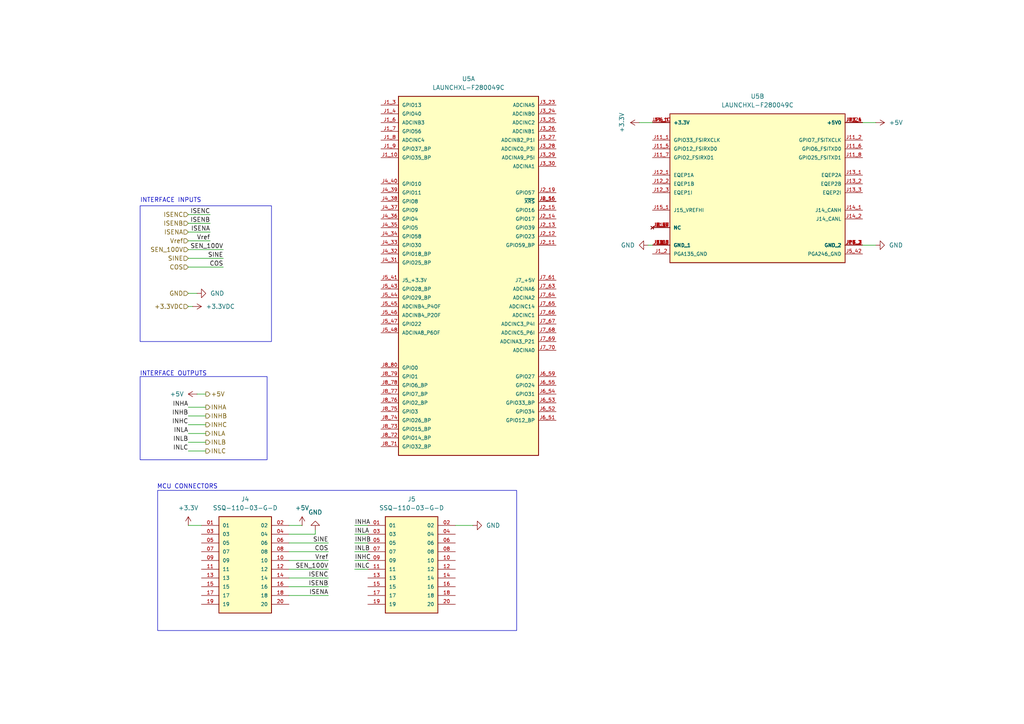
<source format=kicad_sch>
(kicad_sch
	(version 20250114)
	(generator "eeschema")
	(generator_version "9.0")
	(uuid "f62ca4b1-8451-495d-9cf6-e6689c09f97c")
	(paper "A4")
	(lib_symbols
		(symbol "LAUNCHXL-F280049C:LAUNCHXL-F280049C"
			(pin_names
				(offset 1.016)
			)
			(exclude_from_sim no)
			(in_bom yes)
			(on_board yes)
			(property "Reference" "U"
				(at -20.32 51.435 0)
				(effects
					(font
						(size 1.27 1.27)
					)
					(justify left bottom)
				)
			)
			(property "Value" "LAUNCHXL-F280049C"
				(at -20.32 -55.88 0)
				(effects
					(font
						(size 1.27 1.27)
					)
					(justify left bottom)
				)
			)
			(property "Footprint" "LAUNCHXL-F280049C:MODULE_LAUNCHXL-F280049C"
				(at 0 0 0)
				(effects
					(font
						(size 1.27 1.27)
					)
					(justify bottom)
					(hide yes)
				)
			)
			(property "Datasheet" ""
				(at 0 0 0)
				(effects
					(font
						(size 1.27 1.27)
					)
					(hide yes)
				)
			)
			(property "Description" ""
				(at 0 0 0)
				(effects
					(font
						(size 1.27 1.27)
					)
					(hide yes)
				)
			)
			(property "MF" "Texas Instruments"
				(at 0 0 0)
				(effects
					(font
						(size 1.27 1.27)
					)
					(justify bottom)
					(hide yes)
				)
			)
			(property "MAXIMUM_PACKAGE_HEIGHT" "N/A"
				(at 0 0 0)
				(effects
					(font
						(size 1.27 1.27)
					)
					(justify bottom)
					(hide yes)
				)
			)
			(property "Package" "None"
				(at 0 0 0)
				(effects
					(font
						(size 1.27 1.27)
					)
					(justify bottom)
					(hide yes)
				)
			)
			(property "Price" "None"
				(at 0 0 0)
				(effects
					(font
						(size 1.27 1.27)
					)
					(justify bottom)
					(hide yes)
				)
			)
			(property "Check_prices" "https://www.snapeda.com/parts/LAUNCHXL-F280049C/Texas+Instruments/view-part/?ref=eda"
				(at 0 0 0)
				(effects
					(font
						(size 1.27 1.27)
					)
					(justify bottom)
					(hide yes)
				)
			)
			(property "STANDARD" "Manufacturer Recommendations"
				(at 0 0 0)
				(effects
					(font
						(size 1.27 1.27)
					)
					(justify bottom)
					(hide yes)
				)
			)
			(property "PARTREV" "B"
				(at 0 0 0)
				(effects
					(font
						(size 1.27 1.27)
					)
					(justify bottom)
					(hide yes)
				)
			)
			(property "SnapEDA_Link" "https://www.snapeda.com/parts/LAUNCHXL-F280049C/Texas+Instruments/view-part/?ref=snap"
				(at 0 0 0)
				(effects
					(font
						(size 1.27 1.27)
					)
					(justify bottom)
					(hide yes)
				)
			)
			(property "MP" "LAUNCHXL-F280049C"
				(at 0 0 0)
				(effects
					(font
						(size 1.27 1.27)
					)
					(justify bottom)
					(hide yes)
				)
			)
			(property "Description_1" "\n                        \n                            F280049C LaunchPad™ development kit C2000™ Piccolo™ MCU\n                        \n"
				(at 0 0 0)
				(effects
					(font
						(size 1.27 1.27)
					)
					(justify bottom)
					(hide yes)
				)
			)
			(property "Availability" "In Stock"
				(at 0 0 0)
				(effects
					(font
						(size 1.27 1.27)
					)
					(justify bottom)
					(hide yes)
				)
			)
			(property "MANUFACTURER" "Texas Instruments"
				(at 0 0 0)
				(effects
					(font
						(size 1.27 1.27)
					)
					(justify bottom)
					(hide yes)
				)
			)
			(symbol "LAUNCHXL-F280049C_1_0"
				(rectangle
					(start -20.32 -53.34)
					(end 20.32 50.8)
					(stroke
						(width 0.254)
						(type default)
					)
					(fill
						(type background)
					)
				)
				(pin bidirectional line
					(at -25.4 48.26 0)
					(length 5.08)
					(name "GPIO13"
						(effects
							(font
								(size 1.016 1.016)
							)
						)
					)
					(number "J1_3"
						(effects
							(font
								(size 1.016 1.016)
							)
						)
					)
				)
				(pin bidirectional line
					(at -25.4 45.72 0)
					(length 5.08)
					(name "GPIO40"
						(effects
							(font
								(size 1.016 1.016)
							)
						)
					)
					(number "J1_4"
						(effects
							(font
								(size 1.016 1.016)
							)
						)
					)
				)
				(pin input line
					(at -25.4 43.18 0)
					(length 5.08)
					(name "ADCINB3"
						(effects
							(font
								(size 1.016 1.016)
							)
						)
					)
					(number "J1_6"
						(effects
							(font
								(size 1.016 1.016)
							)
						)
					)
				)
				(pin bidirectional line
					(at -25.4 40.64 0)
					(length 5.08)
					(name "GPIO56"
						(effects
							(font
								(size 1.016 1.016)
							)
						)
					)
					(number "J1_7"
						(effects
							(font
								(size 1.016 1.016)
							)
						)
					)
				)
				(pin input line
					(at -25.4 38.1 0)
					(length 5.08)
					(name "ADCINC4"
						(effects
							(font
								(size 1.016 1.016)
							)
						)
					)
					(number "J1_8"
						(effects
							(font
								(size 1.016 1.016)
							)
						)
					)
				)
				(pin bidirectional line
					(at -25.4 35.56 0)
					(length 5.08)
					(name "GPIO37_BP"
						(effects
							(font
								(size 1.016 1.016)
							)
						)
					)
					(number "J1_9"
						(effects
							(font
								(size 1.016 1.016)
							)
						)
					)
				)
				(pin bidirectional line
					(at -25.4 33.02 0)
					(length 5.08)
					(name "GPIO35_BP"
						(effects
							(font
								(size 1.016 1.016)
							)
						)
					)
					(number "J1_10"
						(effects
							(font
								(size 1.016 1.016)
							)
						)
					)
				)
				(pin bidirectional line
					(at -25.4 25.4 0)
					(length 5.08)
					(name "GPIO10"
						(effects
							(font
								(size 1.016 1.016)
							)
						)
					)
					(number "J4_40"
						(effects
							(font
								(size 1.016 1.016)
							)
						)
					)
				)
				(pin bidirectional line
					(at -25.4 22.86 0)
					(length 5.08)
					(name "GPIO11"
						(effects
							(font
								(size 1.016 1.016)
							)
						)
					)
					(number "J4_39"
						(effects
							(font
								(size 1.016 1.016)
							)
						)
					)
				)
				(pin bidirectional line
					(at -25.4 20.32 0)
					(length 5.08)
					(name "GPIO8"
						(effects
							(font
								(size 1.016 1.016)
							)
						)
					)
					(number "J4_38"
						(effects
							(font
								(size 1.016 1.016)
							)
						)
					)
				)
				(pin bidirectional line
					(at -25.4 17.78 0)
					(length 5.08)
					(name "GPIO9"
						(effects
							(font
								(size 1.016 1.016)
							)
						)
					)
					(number "J4_37"
						(effects
							(font
								(size 1.016 1.016)
							)
						)
					)
				)
				(pin bidirectional line
					(at -25.4 15.24 0)
					(length 5.08)
					(name "GPIO4"
						(effects
							(font
								(size 1.016 1.016)
							)
						)
					)
					(number "J4_36"
						(effects
							(font
								(size 1.016 1.016)
							)
						)
					)
				)
				(pin bidirectional line
					(at -25.4 12.7 0)
					(length 5.08)
					(name "GPIO5"
						(effects
							(font
								(size 1.016 1.016)
							)
						)
					)
					(number "J4_35"
						(effects
							(font
								(size 1.016 1.016)
							)
						)
					)
				)
				(pin bidirectional line
					(at -25.4 10.16 0)
					(length 5.08)
					(name "GPIO58"
						(effects
							(font
								(size 1.016 1.016)
							)
						)
					)
					(number "J4_34"
						(effects
							(font
								(size 1.016 1.016)
							)
						)
					)
				)
				(pin bidirectional line
					(at -25.4 7.62 0)
					(length 5.08)
					(name "GPIO30"
						(effects
							(font
								(size 1.016 1.016)
							)
						)
					)
					(number "J4_33"
						(effects
							(font
								(size 1.016 1.016)
							)
						)
					)
				)
				(pin bidirectional line
					(at -25.4 5.08 0)
					(length 5.08)
					(name "GPIO18_BP"
						(effects
							(font
								(size 1.016 1.016)
							)
						)
					)
					(number "J4_32"
						(effects
							(font
								(size 1.016 1.016)
							)
						)
					)
				)
				(pin bidirectional line
					(at -25.4 2.54 0)
					(length 5.08)
					(name "GPIO25_BP"
						(effects
							(font
								(size 1.016 1.016)
							)
						)
					)
					(number "J4_31"
						(effects
							(font
								(size 1.016 1.016)
							)
						)
					)
				)
				(pin input line
					(at -25.4 -2.54 0)
					(length 5.08)
					(name "J5_+3.3V"
						(effects
							(font
								(size 1.016 1.016)
							)
						)
					)
					(number "J5_41"
						(effects
							(font
								(size 1.016 1.016)
							)
						)
					)
				)
				(pin bidirectional line
					(at -25.4 -5.08 0)
					(length 5.08)
					(name "GPIO28_BP"
						(effects
							(font
								(size 1.016 1.016)
							)
						)
					)
					(number "J5_43"
						(effects
							(font
								(size 1.016 1.016)
							)
						)
					)
				)
				(pin bidirectional line
					(at -25.4 -7.62 0)
					(length 5.08)
					(name "GPIO29_BP"
						(effects
							(font
								(size 1.016 1.016)
							)
						)
					)
					(number "J5_44"
						(effects
							(font
								(size 1.016 1.016)
							)
						)
					)
				)
				(pin input line
					(at -25.4 -10.16 0)
					(length 5.08)
					(name "ADCINB4_P4OF"
						(effects
							(font
								(size 1.016 1.016)
							)
						)
					)
					(number "J5_45"
						(effects
							(font
								(size 1.016 1.016)
							)
						)
					)
				)
				(pin input line
					(at -25.4 -12.7 0)
					(length 5.08)
					(name "ADCINB4_P2OF"
						(effects
							(font
								(size 1.016 1.016)
							)
						)
					)
					(number "J5_46"
						(effects
							(font
								(size 1.016 1.016)
							)
						)
					)
				)
				(pin bidirectional line
					(at -25.4 -15.24 0)
					(length 5.08)
					(name "GPIO22"
						(effects
							(font
								(size 1.016 1.016)
							)
						)
					)
					(number "J5_47"
						(effects
							(font
								(size 1.016 1.016)
							)
						)
					)
				)
				(pin input line
					(at -25.4 -17.78 0)
					(length 5.08)
					(name "ADCINA8_P6OF"
						(effects
							(font
								(size 1.016 1.016)
							)
						)
					)
					(number "J5_48"
						(effects
							(font
								(size 1.016 1.016)
							)
						)
					)
				)
				(pin bidirectional line
					(at -25.4 -27.94 0)
					(length 5.08)
					(name "GPIO0"
						(effects
							(font
								(size 1.016 1.016)
							)
						)
					)
					(number "J8_80"
						(effects
							(font
								(size 1.016 1.016)
							)
						)
					)
				)
				(pin bidirectional line
					(at -25.4 -30.48 0)
					(length 5.08)
					(name "GPIO1"
						(effects
							(font
								(size 1.016 1.016)
							)
						)
					)
					(number "J8_79"
						(effects
							(font
								(size 1.016 1.016)
							)
						)
					)
				)
				(pin bidirectional line
					(at -25.4 -33.02 0)
					(length 5.08)
					(name "GPIO6_BP"
						(effects
							(font
								(size 1.016 1.016)
							)
						)
					)
					(number "J8_78"
						(effects
							(font
								(size 1.016 1.016)
							)
						)
					)
				)
				(pin bidirectional line
					(at -25.4 -35.56 0)
					(length 5.08)
					(name "GPIO7_BP"
						(effects
							(font
								(size 1.016 1.016)
							)
						)
					)
					(number "J8_77"
						(effects
							(font
								(size 1.016 1.016)
							)
						)
					)
				)
				(pin bidirectional line
					(at -25.4 -38.1 0)
					(length 5.08)
					(name "GPIO2_BP"
						(effects
							(font
								(size 1.016 1.016)
							)
						)
					)
					(number "J8_76"
						(effects
							(font
								(size 1.016 1.016)
							)
						)
					)
				)
				(pin bidirectional line
					(at -25.4 -40.64 0)
					(length 5.08)
					(name "GPIO3"
						(effects
							(font
								(size 1.016 1.016)
							)
						)
					)
					(number "J8_75"
						(effects
							(font
								(size 1.016 1.016)
							)
						)
					)
				)
				(pin bidirectional line
					(at -25.4 -43.18 0)
					(length 5.08)
					(name "GPIO26_BP"
						(effects
							(font
								(size 1.016 1.016)
							)
						)
					)
					(number "J8_74"
						(effects
							(font
								(size 1.016 1.016)
							)
						)
					)
				)
				(pin bidirectional line
					(at -25.4 -45.72 0)
					(length 5.08)
					(name "GPIO15_BP"
						(effects
							(font
								(size 1.016 1.016)
							)
						)
					)
					(number "J8_73"
						(effects
							(font
								(size 1.016 1.016)
							)
						)
					)
				)
				(pin bidirectional line
					(at -25.4 -48.26 0)
					(length 5.08)
					(name "GPIO14_BP"
						(effects
							(font
								(size 1.016 1.016)
							)
						)
					)
					(number "J8_72"
						(effects
							(font
								(size 1.016 1.016)
							)
						)
					)
				)
				(pin bidirectional line
					(at -25.4 -50.8 0)
					(length 5.08)
					(name "GPIO32_BP"
						(effects
							(font
								(size 1.016 1.016)
							)
						)
					)
					(number "J8_71"
						(effects
							(font
								(size 1.016 1.016)
							)
						)
					)
				)
				(pin input line
					(at 25.4 48.26 180)
					(length 5.08)
					(name "ADCINA5"
						(effects
							(font
								(size 1.016 1.016)
							)
						)
					)
					(number "J3_23"
						(effects
							(font
								(size 1.016 1.016)
							)
						)
					)
				)
				(pin input line
					(at 25.4 45.72 180)
					(length 5.08)
					(name "ADCINB0"
						(effects
							(font
								(size 1.016 1.016)
							)
						)
					)
					(number "J3_24"
						(effects
							(font
								(size 1.016 1.016)
							)
						)
					)
				)
				(pin input line
					(at 25.4 43.18 180)
					(length 5.08)
					(name "ADCINC2"
						(effects
							(font
								(size 1.016 1.016)
							)
						)
					)
					(number "J3_25"
						(effects
							(font
								(size 1.016 1.016)
							)
						)
					)
				)
				(pin input line
					(at 25.4 40.64 180)
					(length 5.08)
					(name "ADCINB1"
						(effects
							(font
								(size 1.016 1.016)
							)
						)
					)
					(number "J3_26"
						(effects
							(font
								(size 1.016 1.016)
							)
						)
					)
				)
				(pin input line
					(at 25.4 38.1 180)
					(length 5.08)
					(name "ADCINB2_P1I"
						(effects
							(font
								(size 1.016 1.016)
							)
						)
					)
					(number "J3_27"
						(effects
							(font
								(size 1.016 1.016)
							)
						)
					)
				)
				(pin input line
					(at 25.4 35.56 180)
					(length 5.08)
					(name "ADCINC0_P3I"
						(effects
							(font
								(size 1.016 1.016)
							)
						)
					)
					(number "J3_28"
						(effects
							(font
								(size 1.016 1.016)
							)
						)
					)
				)
				(pin input line
					(at 25.4 33.02 180)
					(length 5.08)
					(name "ADCINA9_P5I"
						(effects
							(font
								(size 1.016 1.016)
							)
						)
					)
					(number "J3_29"
						(effects
							(font
								(size 1.016 1.016)
							)
						)
					)
				)
				(pin input line
					(at 25.4 30.48 180)
					(length 5.08)
					(name "ADCINA1"
						(effects
							(font
								(size 1.016 1.016)
							)
						)
					)
					(number "J3_30"
						(effects
							(font
								(size 1.016 1.016)
							)
						)
					)
				)
				(pin bidirectional line
					(at 25.4 22.86 180)
					(length 5.08)
					(name "GPIO57"
						(effects
							(font
								(size 1.016 1.016)
							)
						)
					)
					(number "J2_19"
						(effects
							(font
								(size 1.016 1.016)
							)
						)
					)
				)
				(pin passive line
					(at 25.4 20.32 180)
					(length 5.08)
					(name "~{XRS}"
						(effects
							(font
								(size 1.016 1.016)
							)
						)
					)
					(number "J2_16"
						(effects
							(font
								(size 1.016 1.016)
							)
						)
					)
				)
				(pin passive line
					(at 25.4 20.32 180)
					(length 5.08)
					(name "~{XRS}"
						(effects
							(font
								(size 1.016 1.016)
							)
						)
					)
					(number "J6_56"
						(effects
							(font
								(size 1.016 1.016)
							)
						)
					)
				)
				(pin bidirectional line
					(at 25.4 17.78 180)
					(length 5.08)
					(name "GPIO16"
						(effects
							(font
								(size 1.016 1.016)
							)
						)
					)
					(number "J2_15"
						(effects
							(font
								(size 1.016 1.016)
							)
						)
					)
				)
				(pin bidirectional line
					(at 25.4 15.24 180)
					(length 5.08)
					(name "GPIO17"
						(effects
							(font
								(size 1.016 1.016)
							)
						)
					)
					(number "J2_14"
						(effects
							(font
								(size 1.016 1.016)
							)
						)
					)
				)
				(pin bidirectional line
					(at 25.4 12.7 180)
					(length 5.08)
					(name "GPIO39"
						(effects
							(font
								(size 1.016 1.016)
							)
						)
					)
					(number "J2_13"
						(effects
							(font
								(size 1.016 1.016)
							)
						)
					)
				)
				(pin bidirectional line
					(at 25.4 10.16 180)
					(length 5.08)
					(name "GPIO23"
						(effects
							(font
								(size 1.016 1.016)
							)
						)
					)
					(number "J2_12"
						(effects
							(font
								(size 1.016 1.016)
							)
						)
					)
				)
				(pin bidirectional line
					(at 25.4 7.62 180)
					(length 5.08)
					(name "GPIO59_BP"
						(effects
							(font
								(size 1.016 1.016)
							)
						)
					)
					(number "J2_11"
						(effects
							(font
								(size 1.016 1.016)
							)
						)
					)
				)
				(pin input line
					(at 25.4 -2.54 180)
					(length 5.08)
					(name "J7_+5V"
						(effects
							(font
								(size 1.016 1.016)
							)
						)
					)
					(number "J7_61"
						(effects
							(font
								(size 1.016 1.016)
							)
						)
					)
				)
				(pin input line
					(at 25.4 -5.08 180)
					(length 5.08)
					(name "ADCINA6"
						(effects
							(font
								(size 1.016 1.016)
							)
						)
					)
					(number "J7_63"
						(effects
							(font
								(size 1.016 1.016)
							)
						)
					)
				)
				(pin input line
					(at 25.4 -7.62 180)
					(length 5.08)
					(name "ADCINA2"
						(effects
							(font
								(size 1.016 1.016)
							)
						)
					)
					(number "J7_64"
						(effects
							(font
								(size 1.016 1.016)
							)
						)
					)
				)
				(pin input line
					(at 25.4 -10.16 180)
					(length 5.08)
					(name "ADCINC14"
						(effects
							(font
								(size 1.016 1.016)
							)
						)
					)
					(number "J7_65"
						(effects
							(font
								(size 1.016 1.016)
							)
						)
					)
				)
				(pin input line
					(at 25.4 -12.7 180)
					(length 5.08)
					(name "ADCINC1"
						(effects
							(font
								(size 1.016 1.016)
							)
						)
					)
					(number "J7_66"
						(effects
							(font
								(size 1.016 1.016)
							)
						)
					)
				)
				(pin input line
					(at 25.4 -15.24 180)
					(length 5.08)
					(name "ADCINC3_P4I"
						(effects
							(font
								(size 1.016 1.016)
							)
						)
					)
					(number "J7_67"
						(effects
							(font
								(size 1.016 1.016)
							)
						)
					)
				)
				(pin input line
					(at 25.4 -17.78 180)
					(length 5.08)
					(name "ADCINC5_P6I"
						(effects
							(font
								(size 1.016 1.016)
							)
						)
					)
					(number "J7_68"
						(effects
							(font
								(size 1.016 1.016)
							)
						)
					)
				)
				(pin input line
					(at 25.4 -20.32 180)
					(length 5.08)
					(name "ADCINA3_P21"
						(effects
							(font
								(size 1.016 1.016)
							)
						)
					)
					(number "J7_69"
						(effects
							(font
								(size 1.016 1.016)
							)
						)
					)
				)
				(pin input line
					(at 25.4 -22.86 180)
					(length 5.08)
					(name "ADCINA0"
						(effects
							(font
								(size 1.016 1.016)
							)
						)
					)
					(number "J7_70"
						(effects
							(font
								(size 1.016 1.016)
							)
						)
					)
				)
				(pin bidirectional line
					(at 25.4 -30.48 180)
					(length 5.08)
					(name "GPIO27"
						(effects
							(font
								(size 1.016 1.016)
							)
						)
					)
					(number "J6_59"
						(effects
							(font
								(size 1.016 1.016)
							)
						)
					)
				)
				(pin bidirectional line
					(at 25.4 -33.02 180)
					(length 5.08)
					(name "GPIO24"
						(effects
							(font
								(size 1.016 1.016)
							)
						)
					)
					(number "J6_55"
						(effects
							(font
								(size 1.016 1.016)
							)
						)
					)
				)
				(pin bidirectional line
					(at 25.4 -35.56 180)
					(length 5.08)
					(name "GPIO31"
						(effects
							(font
								(size 1.016 1.016)
							)
						)
					)
					(number "J6_54"
						(effects
							(font
								(size 1.016 1.016)
							)
						)
					)
				)
				(pin bidirectional line
					(at 25.4 -38.1 180)
					(length 5.08)
					(name "GPIO33_BP"
						(effects
							(font
								(size 1.016 1.016)
							)
						)
					)
					(number "J6_53"
						(effects
							(font
								(size 1.016 1.016)
							)
						)
					)
				)
				(pin bidirectional line
					(at 25.4 -40.64 180)
					(length 5.08)
					(name "GPIO34"
						(effects
							(font
								(size 1.016 1.016)
							)
						)
					)
					(number "J6_52"
						(effects
							(font
								(size 1.016 1.016)
							)
						)
					)
				)
				(pin bidirectional line
					(at 25.4 -43.18 180)
					(length 5.08)
					(name "GPIO12_BP"
						(effects
							(font
								(size 1.016 1.016)
							)
						)
					)
					(number "J6_51"
						(effects
							(font
								(size 1.016 1.016)
							)
						)
					)
				)
			)
			(symbol "LAUNCHXL-F280049C_2_0"
				(rectangle
					(start -25.4 -20.32)
					(end 25.4 22.86)
					(stroke
						(width 0.254)
						(type default)
					)
					(fill
						(type background)
					)
				)
				(pin power_in line
					(at -30.48 20.32 0)
					(length 5.08)
					(name "+3.3V"
						(effects
							(font
								(size 1.016 1.016)
							)
						)
					)
					(number "J11_10"
						(effects
							(font
								(size 1.016 1.016)
							)
						)
					)
				)
				(pin power_in line
					(at -30.48 20.32 0)
					(length 5.08)
					(name "+3.3V"
						(effects
							(font
								(size 1.016 1.016)
							)
						)
					)
					(number "J1_1"
						(effects
							(font
								(size 1.016 1.016)
							)
						)
					)
				)
				(pin power_in line
					(at -30.48 20.32 0)
					(length 5.08)
					(name "+3.3V"
						(effects
							(font
								(size 1.016 1.016)
							)
						)
					)
					(number "JP4_1"
						(effects
							(font
								(size 1.016 1.016)
							)
						)
					)
				)
				(pin power_in line
					(at -30.48 20.32 0)
					(length 5.08)
					(name "+3.3V"
						(effects
							(font
								(size 1.016 1.016)
							)
						)
					)
					(number "JP6_1"
						(effects
							(font
								(size 1.016 1.016)
							)
						)
					)
				)
				(pin bidirectional line
					(at -30.48 15.24 0)
					(length 5.08)
					(name "GPIO33_FSIRXCLK"
						(effects
							(font
								(size 1.016 1.016)
							)
						)
					)
					(number "J11_1"
						(effects
							(font
								(size 1.016 1.016)
							)
						)
					)
				)
				(pin bidirectional line
					(at -30.48 12.7 0)
					(length 5.08)
					(name "GPIO12_FSIRXD0"
						(effects
							(font
								(size 1.016 1.016)
							)
						)
					)
					(number "J11_5"
						(effects
							(font
								(size 1.016 1.016)
							)
						)
					)
				)
				(pin bidirectional line
					(at -30.48 10.16 0)
					(length 5.08)
					(name "GPIO2_FSIRXD1"
						(effects
							(font
								(size 1.016 1.016)
							)
						)
					)
					(number "J11_7"
						(effects
							(font
								(size 1.016 1.016)
							)
						)
					)
				)
				(pin passive line
					(at -30.48 5.08 0)
					(length 5.08)
					(name "EQEP1A"
						(effects
							(font
								(size 1.016 1.016)
							)
						)
					)
					(number "J12_1"
						(effects
							(font
								(size 1.016 1.016)
							)
						)
					)
				)
				(pin passive line
					(at -30.48 2.54 0)
					(length 5.08)
					(name "EQEP1B"
						(effects
							(font
								(size 1.016 1.016)
							)
						)
					)
					(number "J12_2"
						(effects
							(font
								(size 1.016 1.016)
							)
						)
					)
				)
				(pin passive line
					(at -30.48 0 0)
					(length 5.08)
					(name "EQEP1I"
						(effects
							(font
								(size 1.016 1.016)
							)
						)
					)
					(number "J12_3"
						(effects
							(font
								(size 1.016 1.016)
							)
						)
					)
				)
				(pin input line
					(at -30.48 -5.08 0)
					(length 5.08)
					(name "J15_VREFHI"
						(effects
							(font
								(size 1.016 1.016)
							)
						)
					)
					(number "J15_1"
						(effects
							(font
								(size 1.016 1.016)
							)
						)
					)
				)
				(pin no_connect line
					(at -30.48 -10.16 0)
					(length 5.08)
					(name "NC"
						(effects
							(font
								(size 1.016 1.016)
							)
						)
					)
					(number "J11_9"
						(effects
							(font
								(size 1.016 1.016)
							)
						)
					)
				)
				(pin no_connect line
					(at -30.48 -10.16 0)
					(length 5.08)
					(name "NC"
						(effects
							(font
								(size 1.016 1.016)
							)
						)
					)
					(number "J1_5"
						(effects
							(font
								(size 1.016 1.016)
							)
						)
					)
				)
				(pin no_connect line
					(at -30.48 -10.16 0)
					(length 5.08)
					(name "NC"
						(effects
							(font
								(size 1.016 1.016)
							)
						)
					)
					(number "J2_17"
						(effects
							(font
								(size 1.016 1.016)
							)
						)
					)
				)
				(pin no_connect line
					(at -30.48 -10.16 0)
					(length 5.08)
					(name "NC"
						(effects
							(font
								(size 1.016 1.016)
							)
						)
					)
					(number "J2_18"
						(effects
							(font
								(size 1.016 1.016)
							)
						)
					)
				)
				(pin no_connect line
					(at -30.48 -10.16 0)
					(length 5.08)
					(name "NC"
						(effects
							(font
								(size 1.016 1.016)
							)
						)
					)
					(number "J5_49"
						(effects
							(font
								(size 1.016 1.016)
							)
						)
					)
				)
				(pin no_connect line
					(at -30.48 -10.16 0)
					(length 5.08)
					(name "NC"
						(effects
							(font
								(size 1.016 1.016)
							)
						)
					)
					(number "J5_50"
						(effects
							(font
								(size 1.016 1.016)
							)
						)
					)
				)
				(pin no_connect line
					(at -30.48 -10.16 0)
					(length 5.08)
					(name "NC"
						(effects
							(font
								(size 1.016 1.016)
							)
						)
					)
					(number "J6_57"
						(effects
							(font
								(size 1.016 1.016)
							)
						)
					)
				)
				(pin no_connect line
					(at -30.48 -10.16 0)
					(length 5.08)
					(name "NC"
						(effects
							(font
								(size 1.016 1.016)
							)
						)
					)
					(number "J6_58"
						(effects
							(font
								(size 1.016 1.016)
							)
						)
					)
				)
				(pin power_in line
					(at -30.48 -15.24 0)
					(length 5.08)
					(name "GND_1"
						(effects
							(font
								(size 1.016 1.016)
							)
						)
					)
					(number "J11_3"
						(effects
							(font
								(size 1.016 1.016)
							)
						)
					)
				)
				(pin power_in line
					(at -30.48 -15.24 0)
					(length 5.08)
					(name "GND_1"
						(effects
							(font
								(size 1.016 1.016)
							)
						)
					)
					(number "J11_4"
						(effects
							(font
								(size 1.016 1.016)
							)
						)
					)
				)
				(pin power_in line
					(at -30.48 -15.24 0)
					(length 5.08)
					(name "GND_1"
						(effects
							(font
								(size 1.016 1.016)
							)
						)
					)
					(number "J12_5"
						(effects
							(font
								(size 1.016 1.016)
							)
						)
					)
				)
				(pin power_in line
					(at -30.48 -15.24 0)
					(length 5.08)
					(name "GND_1"
						(effects
							(font
								(size 1.016 1.016)
							)
						)
					)
					(number "J13_5"
						(effects
							(font
								(size 1.016 1.016)
							)
						)
					)
				)
				(pin power_in line
					(at -30.48 -15.24 0)
					(length 5.08)
					(name "GND_1"
						(effects
							(font
								(size 1.016 1.016)
							)
						)
					)
					(number "J14_3"
						(effects
							(font
								(size 1.016 1.016)
							)
						)
					)
				)
				(pin power_in line
					(at -30.48 -15.24 0)
					(length 5.08)
					(name "GND_1"
						(effects
							(font
								(size 1.016 1.016)
							)
						)
					)
					(number "J2_20"
						(effects
							(font
								(size 1.016 1.016)
							)
						)
					)
				)
				(pin power_in line
					(at -30.48 -15.24 0)
					(length 5.08)
					(name "GND_1"
						(effects
							(font
								(size 1.016 1.016)
							)
						)
					)
					(number "J3_22"
						(effects
							(font
								(size 1.016 1.016)
							)
						)
					)
				)
				(pin power_in line
					(at -30.48 -15.24 0)
					(length 5.08)
					(name "GND_1"
						(effects
							(font
								(size 1.016 1.016)
							)
						)
					)
					(number "J6_60"
						(effects
							(font
								(size 1.016 1.016)
							)
						)
					)
				)
				(pin power_in line
					(at -30.48 -15.24 0)
					(length 5.08)
					(name "GND_1"
						(effects
							(font
								(size 1.016 1.016)
							)
						)
					)
					(number "J7_62"
						(effects
							(font
								(size 1.016 1.016)
							)
						)
					)
				)
				(pin power_in line
					(at -30.48 -17.78 0)
					(length 5.08)
					(name "PGA135_GND"
						(effects
							(font
								(size 1.016 1.016)
							)
						)
					)
					(number "J1_2"
						(effects
							(font
								(size 1.016 1.016)
							)
						)
					)
				)
				(pin power_in line
					(at 30.48 20.32 180)
					(length 5.08)
					(name "+5V0"
						(effects
							(font
								(size 1.016 1.016)
							)
						)
					)
					(number "J12_4"
						(effects
							(font
								(size 1.016 1.016)
							)
						)
					)
				)
				(pin power_in line
					(at 30.48 20.32 180)
					(length 5.08)
					(name "+5V0"
						(effects
							(font
								(size 1.016 1.016)
							)
						)
					)
					(number "J13_4"
						(effects
							(font
								(size 1.016 1.016)
							)
						)
					)
				)
				(pin power_in line
					(at 30.48 20.32 180)
					(length 5.08)
					(name "+5V0"
						(effects
							(font
								(size 1.016 1.016)
							)
						)
					)
					(number "J3_21"
						(effects
							(font
								(size 1.016 1.016)
							)
						)
					)
				)
				(pin power_in line
					(at 30.48 20.32 180)
					(length 5.08)
					(name "+5V0"
						(effects
							(font
								(size 1.016 1.016)
							)
						)
					)
					(number "JP5_1"
						(effects
							(font
								(size 1.016 1.016)
							)
						)
					)
				)
				(pin power_in line
					(at 30.48 20.32 180)
					(length 5.08)
					(name "+5V0"
						(effects
							(font
								(size 1.016 1.016)
							)
						)
					)
					(number "JP7_1"
						(effects
							(font
								(size 1.016 1.016)
							)
						)
					)
				)
				(pin bidirectional line
					(at 30.48 15.24 180)
					(length 5.08)
					(name "GPIO7_FSITXCLK"
						(effects
							(font
								(size 1.016 1.016)
							)
						)
					)
					(number "J11_2"
						(effects
							(font
								(size 1.016 1.016)
							)
						)
					)
				)
				(pin bidirectional line
					(at 30.48 12.7 180)
					(length 5.08)
					(name "GPIO6_FSITXD0"
						(effects
							(font
								(size 1.016 1.016)
							)
						)
					)
					(number "J11_6"
						(effects
							(font
								(size 1.016 1.016)
							)
						)
					)
				)
				(pin bidirectional line
					(at 30.48 10.16 180)
					(length 5.08)
					(name "GPIO25_FSITXD1"
						(effects
							(font
								(size 1.016 1.016)
							)
						)
					)
					(number "J11_8"
						(effects
							(font
								(size 1.016 1.016)
							)
						)
					)
				)
				(pin passive line
					(at 30.48 5.08 180)
					(length 5.08)
					(name "EQEP2A"
						(effects
							(font
								(size 1.016 1.016)
							)
						)
					)
					(number "J13_1"
						(effects
							(font
								(size 1.016 1.016)
							)
						)
					)
				)
				(pin passive line
					(at 30.48 2.54 180)
					(length 5.08)
					(name "EQEP2B"
						(effects
							(font
								(size 1.016 1.016)
							)
						)
					)
					(number "J13_2"
						(effects
							(font
								(size 1.016 1.016)
							)
						)
					)
				)
				(pin passive line
					(at 30.48 0 180)
					(length 5.08)
					(name "EQEP2I"
						(effects
							(font
								(size 1.016 1.016)
							)
						)
					)
					(number "J13_3"
						(effects
							(font
								(size 1.016 1.016)
							)
						)
					)
				)
				(pin bidirectional line
					(at 30.48 -5.08 180)
					(length 5.08)
					(name "J14_CANH"
						(effects
							(font
								(size 1.016 1.016)
							)
						)
					)
					(number "J14_1"
						(effects
							(font
								(size 1.016 1.016)
							)
						)
					)
				)
				(pin bidirectional line
					(at 30.48 -7.62 180)
					(length 5.08)
					(name "J14_CANL"
						(effects
							(font
								(size 1.016 1.016)
							)
						)
					)
					(number "J14_2"
						(effects
							(font
								(size 1.016 1.016)
							)
						)
					)
				)
				(pin power_in line
					(at 30.48 -15.24 180)
					(length 5.08)
					(name "GND_2"
						(effects
							(font
								(size 1.016 1.016)
							)
						)
					)
					(number "J15_2"
						(effects
							(font
								(size 1.016 1.016)
							)
						)
					)
				)
				(pin power_in line
					(at 30.48 -15.24 180)
					(length 5.08)
					(name "GND_2"
						(effects
							(font
								(size 1.016 1.016)
							)
						)
					)
					(number "JP4_2"
						(effects
							(font
								(size 1.016 1.016)
							)
						)
					)
				)
				(pin power_in line
					(at 30.48 -15.24 180)
					(length 5.08)
					(name "GND_2"
						(effects
							(font
								(size 1.016 1.016)
							)
						)
					)
					(number "JP4_3"
						(effects
							(font
								(size 1.016 1.016)
							)
						)
					)
				)
				(pin power_in line
					(at 30.48 -15.24 180)
					(length 5.08)
					(name "GND_2"
						(effects
							(font
								(size 1.016 1.016)
							)
						)
					)
					(number "JP5_2"
						(effects
							(font
								(size 1.016 1.016)
							)
						)
					)
				)
				(pin power_in line
					(at 30.48 -15.24 180)
					(length 5.08)
					(name "GND_2"
						(effects
							(font
								(size 1.016 1.016)
							)
						)
					)
					(number "JP5_3"
						(effects
							(font
								(size 1.016 1.016)
							)
						)
					)
				)
				(pin power_in line
					(at 30.48 -15.24 180)
					(length 5.08)
					(name "GND_2"
						(effects
							(font
								(size 1.016 1.016)
							)
						)
					)
					(number "JP6_2"
						(effects
							(font
								(size 1.016 1.016)
							)
						)
					)
				)
				(pin power_in line
					(at 30.48 -15.24 180)
					(length 5.08)
					(name "GND_2"
						(effects
							(font
								(size 1.016 1.016)
							)
						)
					)
					(number "JP6_3"
						(effects
							(font
								(size 1.016 1.016)
							)
						)
					)
				)
				(pin power_in line
					(at 30.48 -15.24 180)
					(length 5.08)
					(name "GND_2"
						(effects
							(font
								(size 1.016 1.016)
							)
						)
					)
					(number "JP7_2"
						(effects
							(font
								(size 1.016 1.016)
							)
						)
					)
				)
				(pin power_in line
					(at 30.48 -15.24 180)
					(length 5.08)
					(name "GND_2"
						(effects
							(font
								(size 1.016 1.016)
							)
						)
					)
					(number "JP7_3"
						(effects
							(font
								(size 1.016 1.016)
							)
						)
					)
				)
				(pin power_in line
					(at 30.48 -17.78 180)
					(length 5.08)
					(name "PGA246_GND"
						(effects
							(font
								(size 1.016 1.016)
							)
						)
					)
					(number "J5_42"
						(effects
							(font
								(size 1.016 1.016)
							)
						)
					)
				)
			)
			(embedded_fonts no)
		)
		(symbol "SSQ-110-03-G-D:SSQ-110-03-G-D"
			(pin_names
				(offset 1.016)
			)
			(exclude_from_sim no)
			(in_bom yes)
			(on_board yes)
			(property "Reference" "J"
				(at -8.12 15.24 0)
				(effects
					(font
						(size 1.27 1.27)
					)
					(justify left bottom)
				)
			)
			(property "Value" "SSQ-110-03-G-D"
				(at -7.62 -15.24 0)
				(effects
					(font
						(size 1.27 1.27)
					)
					(justify left bottom)
				)
			)
			(property "Footprint" "SSQ-110-03-G-D:SAMTEC_SSQ-110-03-G-D"
				(at 0 0 0)
				(effects
					(font
						(size 1.27 1.27)
					)
					(justify bottom)
					(hide yes)
				)
			)
			(property "Datasheet" ""
				(at 0 0 0)
				(effects
					(font
						(size 1.27 1.27)
					)
					(hide yes)
				)
			)
			(property "Description" ""
				(at 0 0 0)
				(effects
					(font
						(size 1.27 1.27)
					)
					(hide yes)
				)
			)
			(property "PARTREV" "R"
				(at 0 0 0)
				(effects
					(font
						(size 1.27 1.27)
					)
					(justify bottom)
					(hide yes)
				)
			)
			(property "STANDARD" "Manufacturer Recommendations"
				(at 0 0 0)
				(effects
					(font
						(size 1.27 1.27)
					)
					(justify bottom)
					(hide yes)
				)
			)
			(property "MANUFACTURER" "Samtec"
				(at 0 0 0)
				(effects
					(font
						(size 1.27 1.27)
					)
					(justify bottom)
					(hide yes)
				)
			)
			(symbol "SSQ-110-03-G-D_0_0"
				(rectangle
					(start -7.62 -12.7)
					(end 7.62 15.24)
					(stroke
						(width 0.254)
						(type default)
					)
					(fill
						(type background)
					)
				)
				(pin passive line
					(at -12.7 12.7 0)
					(length 5.08)
					(name "01"
						(effects
							(font
								(size 1.016 1.016)
							)
						)
					)
					(number "01"
						(effects
							(font
								(size 1.016 1.016)
							)
						)
					)
				)
				(pin passive line
					(at -12.7 10.16 0)
					(length 5.08)
					(name "03"
						(effects
							(font
								(size 1.016 1.016)
							)
						)
					)
					(number "03"
						(effects
							(font
								(size 1.016 1.016)
							)
						)
					)
				)
				(pin passive line
					(at -12.7 7.62 0)
					(length 5.08)
					(name "05"
						(effects
							(font
								(size 1.016 1.016)
							)
						)
					)
					(number "05"
						(effects
							(font
								(size 1.016 1.016)
							)
						)
					)
				)
				(pin passive line
					(at -12.7 5.08 0)
					(length 5.08)
					(name "07"
						(effects
							(font
								(size 1.016 1.016)
							)
						)
					)
					(number "07"
						(effects
							(font
								(size 1.016 1.016)
							)
						)
					)
				)
				(pin passive line
					(at -12.7 2.54 0)
					(length 5.08)
					(name "09"
						(effects
							(font
								(size 1.016 1.016)
							)
						)
					)
					(number "09"
						(effects
							(font
								(size 1.016 1.016)
							)
						)
					)
				)
				(pin passive line
					(at -12.7 0 0)
					(length 5.08)
					(name "11"
						(effects
							(font
								(size 1.016 1.016)
							)
						)
					)
					(number "11"
						(effects
							(font
								(size 1.016 1.016)
							)
						)
					)
				)
				(pin passive line
					(at -12.7 -2.54 0)
					(length 5.08)
					(name "13"
						(effects
							(font
								(size 1.016 1.016)
							)
						)
					)
					(number "13"
						(effects
							(font
								(size 1.016 1.016)
							)
						)
					)
				)
				(pin passive line
					(at -12.7 -5.08 0)
					(length 5.08)
					(name "15"
						(effects
							(font
								(size 1.016 1.016)
							)
						)
					)
					(number "15"
						(effects
							(font
								(size 1.016 1.016)
							)
						)
					)
				)
				(pin passive line
					(at -12.7 -7.62 0)
					(length 5.08)
					(name "17"
						(effects
							(font
								(size 1.016 1.016)
							)
						)
					)
					(number "17"
						(effects
							(font
								(size 1.016 1.016)
							)
						)
					)
				)
				(pin passive line
					(at -12.7 -10.16 0)
					(length 5.08)
					(name "19"
						(effects
							(font
								(size 1.016 1.016)
							)
						)
					)
					(number "19"
						(effects
							(font
								(size 1.016 1.016)
							)
						)
					)
				)
				(pin passive line
					(at 12.7 12.7 180)
					(length 5.08)
					(name "02"
						(effects
							(font
								(size 1.016 1.016)
							)
						)
					)
					(number "02"
						(effects
							(font
								(size 1.016 1.016)
							)
						)
					)
				)
				(pin passive line
					(at 12.7 10.16 180)
					(length 5.08)
					(name "04"
						(effects
							(font
								(size 1.016 1.016)
							)
						)
					)
					(number "04"
						(effects
							(font
								(size 1.016 1.016)
							)
						)
					)
				)
				(pin passive line
					(at 12.7 7.62 180)
					(length 5.08)
					(name "06"
						(effects
							(font
								(size 1.016 1.016)
							)
						)
					)
					(number "06"
						(effects
							(font
								(size 1.016 1.016)
							)
						)
					)
				)
				(pin passive line
					(at 12.7 5.08 180)
					(length 5.08)
					(name "08"
						(effects
							(font
								(size 1.016 1.016)
							)
						)
					)
					(number "08"
						(effects
							(font
								(size 1.016 1.016)
							)
						)
					)
				)
				(pin passive line
					(at 12.7 2.54 180)
					(length 5.08)
					(name "10"
						(effects
							(font
								(size 1.016 1.016)
							)
						)
					)
					(number "10"
						(effects
							(font
								(size 1.016 1.016)
							)
						)
					)
				)
				(pin passive line
					(at 12.7 0 180)
					(length 5.08)
					(name "12"
						(effects
							(font
								(size 1.016 1.016)
							)
						)
					)
					(number "12"
						(effects
							(font
								(size 1.016 1.016)
							)
						)
					)
				)
				(pin passive line
					(at 12.7 -2.54 180)
					(length 5.08)
					(name "14"
						(effects
							(font
								(size 1.016 1.016)
							)
						)
					)
					(number "14"
						(effects
							(font
								(size 1.016 1.016)
							)
						)
					)
				)
				(pin passive line
					(at 12.7 -5.08 180)
					(length 5.08)
					(name "16"
						(effects
							(font
								(size 1.016 1.016)
							)
						)
					)
					(number "16"
						(effects
							(font
								(size 1.016 1.016)
							)
						)
					)
				)
				(pin passive line
					(at 12.7 -7.62 180)
					(length 5.08)
					(name "18"
						(effects
							(font
								(size 1.016 1.016)
							)
						)
					)
					(number "18"
						(effects
							(font
								(size 1.016 1.016)
							)
						)
					)
				)
				(pin passive line
					(at 12.7 -10.16 180)
					(length 5.08)
					(name "20"
						(effects
							(font
								(size 1.016 1.016)
							)
						)
					)
					(number "20"
						(effects
							(font
								(size 1.016 1.016)
							)
						)
					)
				)
			)
			(embedded_fonts no)
		)
		(symbol "power:+3.3V"
			(power)
			(pin_numbers
				(hide yes)
			)
			(pin_names
				(offset 0)
				(hide yes)
			)
			(exclude_from_sim no)
			(in_bom yes)
			(on_board yes)
			(property "Reference" "#PWR"
				(at 0 -3.81 0)
				(effects
					(font
						(size 1.27 1.27)
					)
					(hide yes)
				)
			)
			(property "Value" "+3.3V"
				(at 0 3.556 0)
				(effects
					(font
						(size 1.27 1.27)
					)
				)
			)
			(property "Footprint" ""
				(at 0 0 0)
				(effects
					(font
						(size 1.27 1.27)
					)
					(hide yes)
				)
			)
			(property "Datasheet" ""
				(at 0 0 0)
				(effects
					(font
						(size 1.27 1.27)
					)
					(hide yes)
				)
			)
			(property "Description" "Power symbol creates a global label with name \"+3.3V\""
				(at 0 0 0)
				(effects
					(font
						(size 1.27 1.27)
					)
					(hide yes)
				)
			)
			(property "ki_keywords" "global power"
				(at 0 0 0)
				(effects
					(font
						(size 1.27 1.27)
					)
					(hide yes)
				)
			)
			(symbol "+3.3V_0_1"
				(polyline
					(pts
						(xy -0.762 1.27) (xy 0 2.54)
					)
					(stroke
						(width 0)
						(type default)
					)
					(fill
						(type none)
					)
				)
				(polyline
					(pts
						(xy 0 2.54) (xy 0.762 1.27)
					)
					(stroke
						(width 0)
						(type default)
					)
					(fill
						(type none)
					)
				)
				(polyline
					(pts
						(xy 0 0) (xy 0 2.54)
					)
					(stroke
						(width 0)
						(type default)
					)
					(fill
						(type none)
					)
				)
			)
			(symbol "+3.3V_1_1"
				(pin power_in line
					(at 0 0 90)
					(length 0)
					(name "~"
						(effects
							(font
								(size 1.27 1.27)
							)
						)
					)
					(number "1"
						(effects
							(font
								(size 1.27 1.27)
							)
						)
					)
				)
			)
			(embedded_fonts no)
		)
		(symbol "power:+5V"
			(power)
			(pin_numbers
				(hide yes)
			)
			(pin_names
				(offset 0)
				(hide yes)
			)
			(exclude_from_sim no)
			(in_bom yes)
			(on_board yes)
			(property "Reference" "#PWR"
				(at 0 -3.81 0)
				(effects
					(font
						(size 1.27 1.27)
					)
					(hide yes)
				)
			)
			(property "Value" "+5V"
				(at 0 3.556 0)
				(effects
					(font
						(size 1.27 1.27)
					)
				)
			)
			(property "Footprint" ""
				(at 0 0 0)
				(effects
					(font
						(size 1.27 1.27)
					)
					(hide yes)
				)
			)
			(property "Datasheet" ""
				(at 0 0 0)
				(effects
					(font
						(size 1.27 1.27)
					)
					(hide yes)
				)
			)
			(property "Description" "Power symbol creates a global label with name \"+5V\""
				(at 0 0 0)
				(effects
					(font
						(size 1.27 1.27)
					)
					(hide yes)
				)
			)
			(property "ki_keywords" "global power"
				(at 0 0 0)
				(effects
					(font
						(size 1.27 1.27)
					)
					(hide yes)
				)
			)
			(symbol "+5V_0_1"
				(polyline
					(pts
						(xy -0.762 1.27) (xy 0 2.54)
					)
					(stroke
						(width 0)
						(type default)
					)
					(fill
						(type none)
					)
				)
				(polyline
					(pts
						(xy 0 2.54) (xy 0.762 1.27)
					)
					(stroke
						(width 0)
						(type default)
					)
					(fill
						(type none)
					)
				)
				(polyline
					(pts
						(xy 0 0) (xy 0 2.54)
					)
					(stroke
						(width 0)
						(type default)
					)
					(fill
						(type none)
					)
				)
			)
			(symbol "+5V_1_1"
				(pin power_in line
					(at 0 0 90)
					(length 0)
					(name "~"
						(effects
							(font
								(size 1.27 1.27)
							)
						)
					)
					(number "1"
						(effects
							(font
								(size 1.27 1.27)
							)
						)
					)
				)
			)
			(embedded_fonts no)
		)
		(symbol "power:GND"
			(power)
			(pin_numbers
				(hide yes)
			)
			(pin_names
				(offset 0)
				(hide yes)
			)
			(exclude_from_sim no)
			(in_bom yes)
			(on_board yes)
			(property "Reference" "#PWR"
				(at 0 -6.35 0)
				(effects
					(font
						(size 1.27 1.27)
					)
					(hide yes)
				)
			)
			(property "Value" "GND"
				(at 0 -3.81 0)
				(effects
					(font
						(size 1.27 1.27)
					)
				)
			)
			(property "Footprint" ""
				(at 0 0 0)
				(effects
					(font
						(size 1.27 1.27)
					)
					(hide yes)
				)
			)
			(property "Datasheet" ""
				(at 0 0 0)
				(effects
					(font
						(size 1.27 1.27)
					)
					(hide yes)
				)
			)
			(property "Description" "Power symbol creates a global label with name \"GND\" , ground"
				(at 0 0 0)
				(effects
					(font
						(size 1.27 1.27)
					)
					(hide yes)
				)
			)
			(property "ki_keywords" "global power"
				(at 0 0 0)
				(effects
					(font
						(size 1.27 1.27)
					)
					(hide yes)
				)
			)
			(symbol "GND_0_1"
				(polyline
					(pts
						(xy 0 0) (xy 0 -1.27) (xy 1.27 -1.27) (xy 0 -2.54) (xy -1.27 -1.27) (xy 0 -1.27)
					)
					(stroke
						(width 0)
						(type default)
					)
					(fill
						(type none)
					)
				)
			)
			(symbol "GND_1_1"
				(pin power_in line
					(at 0 0 270)
					(length 0)
					(name "~"
						(effects
							(font
								(size 1.27 1.27)
							)
						)
					)
					(number "1"
						(effects
							(font
								(size 1.27 1.27)
							)
						)
					)
				)
			)
			(embedded_fonts no)
		)
	)
	(rectangle
		(start 45.72 142.24)
		(end 149.86 182.88)
		(stroke
			(width 0)
			(type default)
		)
		(fill
			(type none)
		)
		(uuid 0fac474e-0ea0-4a84-9a10-77867a9c21af)
	)
	(rectangle
		(start 40.64 109.22)
		(end 77.47 133.35)
		(stroke
			(width 0)
			(type default)
		)
		(fill
			(type none)
		)
		(uuid bb084d88-de8c-4f38-9880-9c4a04636da1)
	)
	(rectangle
		(start 40.64 59.69)
		(end 78.74 99.06)
		(stroke
			(width 0)
			(type default)
		)
		(fill
			(type none)
		)
		(uuid ccad732f-4548-40be-a0df-113f293c0c41)
	)
	(text "INTERFACE INPUTS\n\n"
		(exclude_from_sim no)
		(at 49.53 59.182 0)
		(effects
			(font
				(size 1.27 1.27)
			)
		)
		(uuid "00790af5-0c3a-48cb-9be8-13886d9d28f3")
	)
	(text "INTERFACE OUTPUTS\n\n\n"
		(exclude_from_sim no)
		(at 50.292 110.49 0)
		(effects
			(font
				(size 1.27 1.27)
			)
		)
		(uuid "84cd1354-1916-48da-8dac-41511786d8bf")
	)
	(text "MCU CONNECTORS\n\n"
		(exclude_from_sim no)
		(at 54.356 142.24 0)
		(effects
			(font
				(size 1.27 1.27)
			)
		)
		(uuid "fedcbdb2-65c6-488a-9d83-745e81adc867")
	)
	(wire
		(pts
			(xy 54.61 74.93) (xy 64.77 74.93)
		)
		(stroke
			(width 0)
			(type default)
		)
		(uuid "06b74960-117f-4d0f-a34c-7a54e685f8d2")
	)
	(wire
		(pts
			(xy 83.82 152.4) (xy 87.63 152.4)
		)
		(stroke
			(width 0)
			(type default)
		)
		(uuid "193ff150-f930-4037-89a3-98c92f9d84c3")
	)
	(wire
		(pts
			(xy 54.61 130.81) (xy 59.69 130.81)
		)
		(stroke
			(width 0)
			(type default)
		)
		(uuid "1ff7761e-64e3-4cc9-833b-a713104fbd21")
	)
	(wire
		(pts
			(xy 102.87 165.1) (xy 106.68 165.1)
		)
		(stroke
			(width 0)
			(type default)
		)
		(uuid "2689ec33-6caa-4869-8730-73920ee88ab0")
	)
	(wire
		(pts
			(xy 57.15 114.3) (xy 59.69 114.3)
		)
		(stroke
			(width 0)
			(type default)
		)
		(uuid "28f936f0-bfae-4477-ac7b-c7ebe4e93294")
	)
	(wire
		(pts
			(xy 54.61 77.47) (xy 64.77 77.47)
		)
		(stroke
			(width 0)
			(type default)
		)
		(uuid "29624fd9-96cf-42ca-9f9b-4462ceb42bd7")
	)
	(wire
		(pts
			(xy 95.25 167.64) (xy 83.82 167.64)
		)
		(stroke
			(width 0)
			(type default)
		)
		(uuid "3188cb3a-0071-4fe2-bd2c-8158479fcbdd")
	)
	(wire
		(pts
			(xy 54.61 152.4) (xy 58.42 152.4)
		)
		(stroke
			(width 0)
			(type default)
		)
		(uuid "330efaf3-54be-47e4-bd10-a1a6c5a30c80")
	)
	(wire
		(pts
			(xy 102.87 160.02) (xy 106.68 160.02)
		)
		(stroke
			(width 0)
			(type default)
		)
		(uuid "33755a8e-40a2-4654-84d3-71fae5c90e38")
	)
	(wire
		(pts
			(xy 54.61 85.09) (xy 57.15 85.09)
		)
		(stroke
			(width 0)
			(type default)
		)
		(uuid "35248af0-c640-45a5-8a85-9593097da30f")
	)
	(wire
		(pts
			(xy 54.61 120.65) (xy 59.69 120.65)
		)
		(stroke
			(width 0)
			(type default)
		)
		(uuid "3f0fad95-70fc-4cbe-8022-20ff7dd73386")
	)
	(wire
		(pts
			(xy 185.42 35.56) (xy 189.23 35.56)
		)
		(stroke
			(width 0)
			(type default)
		)
		(uuid "41d48010-c10c-44cb-a982-701ef511aaa4")
	)
	(wire
		(pts
			(xy 60.96 67.31) (xy 54.61 67.31)
		)
		(stroke
			(width 0)
			(type default)
		)
		(uuid "44e7f1d5-d698-4065-82e5-8d58df0d835b")
	)
	(wire
		(pts
			(xy 102.87 154.94) (xy 106.68 154.94)
		)
		(stroke
			(width 0)
			(type default)
		)
		(uuid "4b4e414f-ba67-4e29-baab-25fb224c006c")
	)
	(wire
		(pts
			(xy 102.87 157.48) (xy 106.68 157.48)
		)
		(stroke
			(width 0)
			(type default)
		)
		(uuid "4cf380e4-70e6-4278-8afa-bae792e6893e")
	)
	(wire
		(pts
			(xy 60.96 64.77) (xy 54.61 64.77)
		)
		(stroke
			(width 0)
			(type default)
		)
		(uuid "527ac396-8cfc-487d-9785-81a383738b23")
	)
	(wire
		(pts
			(xy 250.19 71.12) (xy 254 71.12)
		)
		(stroke
			(width 0)
			(type default)
		)
		(uuid "5f54f36e-83d1-41c5-9a0c-31a37fc70db4")
	)
	(wire
		(pts
			(xy 91.44 154.94) (xy 83.82 154.94)
		)
		(stroke
			(width 0)
			(type default)
		)
		(uuid "614b789d-59b1-4e8d-8d6c-0c345a27909f")
	)
	(wire
		(pts
			(xy 60.96 62.23) (xy 54.61 62.23)
		)
		(stroke
			(width 0)
			(type default)
		)
		(uuid "6507b4a2-9d23-479c-aaf4-51d39da7ce84")
	)
	(wire
		(pts
			(xy 95.25 170.18) (xy 83.82 170.18)
		)
		(stroke
			(width 0)
			(type default)
		)
		(uuid "65f68464-5e7e-4a19-aa1c-7a923652abde")
	)
	(wire
		(pts
			(xy 95.25 165.1) (xy 83.82 165.1)
		)
		(stroke
			(width 0)
			(type default)
		)
		(uuid "8591b4f7-ef86-4fe4-8a8f-2f1630e9cd4a")
	)
	(wire
		(pts
			(xy 95.25 172.72) (xy 83.82 172.72)
		)
		(stroke
			(width 0)
			(type default)
		)
		(uuid "8e8e036e-b95d-4e06-be9d-1e726b507d8c")
	)
	(wire
		(pts
			(xy 54.61 125.73) (xy 59.69 125.73)
		)
		(stroke
			(width 0)
			(type default)
		)
		(uuid "961e06af-e333-449f-be24-42f50df33e9f")
	)
	(wire
		(pts
			(xy 60.96 69.85) (xy 54.61 69.85)
		)
		(stroke
			(width 0)
			(type default)
		)
		(uuid "98fc11f8-c4c5-4082-ac83-bc97cc171726")
	)
	(wire
		(pts
			(xy 83.82 160.02) (xy 95.25 160.02)
		)
		(stroke
			(width 0)
			(type default)
		)
		(uuid "9a81e360-b20a-4118-a9ca-a9dcaf34888f")
	)
	(wire
		(pts
			(xy 102.87 152.4) (xy 106.68 152.4)
		)
		(stroke
			(width 0)
			(type default)
		)
		(uuid "a364462c-2853-4c7d-b359-0de1478c4f1a")
	)
	(wire
		(pts
			(xy 83.82 162.56) (xy 95.25 162.56)
		)
		(stroke
			(width 0)
			(type default)
		)
		(uuid "b2a0dddb-b9a2-4376-bee3-e4dd7cee8921")
	)
	(wire
		(pts
			(xy 54.61 128.27) (xy 59.69 128.27)
		)
		(stroke
			(width 0)
			(type default)
		)
		(uuid "baf57f02-2e20-41f6-a128-19cc93d0a966")
	)
	(wire
		(pts
			(xy 54.61 123.19) (xy 59.69 123.19)
		)
		(stroke
			(width 0)
			(type default)
		)
		(uuid "c08da0cf-5a84-4a73-a903-56a87e09ae68")
	)
	(wire
		(pts
			(xy 83.82 157.48) (xy 95.25 157.48)
		)
		(stroke
			(width 0)
			(type default)
		)
		(uuid "d1543751-3075-45ed-a83d-697c68eb616b")
	)
	(wire
		(pts
			(xy 187.96 71.12) (xy 189.23 71.12)
		)
		(stroke
			(width 0)
			(type default)
		)
		(uuid "d3605001-9345-4c1f-8eb5-3be8fe840edd")
	)
	(wire
		(pts
			(xy 64.77 72.39) (xy 54.61 72.39)
		)
		(stroke
			(width 0)
			(type default)
		)
		(uuid "dac565f2-a7f8-499a-9f47-00765c3b984d")
	)
	(wire
		(pts
			(xy 102.87 162.56) (xy 106.68 162.56)
		)
		(stroke
			(width 0)
			(type default)
		)
		(uuid "dacb6a3e-21de-4967-8ae7-cc685a4d5a53")
	)
	(wire
		(pts
			(xy 132.08 152.4) (xy 137.16 152.4)
		)
		(stroke
			(width 0)
			(type default)
		)
		(uuid "db268df8-c1d4-4ff0-9ba1-7ccdc1e59118")
	)
	(wire
		(pts
			(xy 55.88 88.9) (xy 54.61 88.9)
		)
		(stroke
			(width 0)
			(type default)
		)
		(uuid "dcdfbf86-703f-43fa-bda0-99f8bc09cf72")
	)
	(wire
		(pts
			(xy 54.61 118.11) (xy 59.69 118.11)
		)
		(stroke
			(width 0)
			(type default)
		)
		(uuid "e3f83ac6-efd7-4321-a6df-c00abae8efba")
	)
	(wire
		(pts
			(xy 254 35.56) (xy 250.19 35.56)
		)
		(stroke
			(width 0)
			(type default)
		)
		(uuid "fd068021-a627-4369-adf9-4faaf85f593d")
	)
	(wire
		(pts
			(xy 91.44 153.67) (xy 91.44 154.94)
		)
		(stroke
			(width 0)
			(type default)
		)
		(uuid "ffde306c-98ba-45fa-a1b6-7146f4f8948a")
	)
	(label "Vref"
		(at 60.96 69.85 180)
		(effects
			(font
				(size 1.27 1.27)
			)
			(justify right bottom)
		)
		(uuid "0d818747-22fe-47e0-95c5-2c69f30071e3")
	)
	(label "INHC"
		(at 102.87 162.56 0)
		(effects
			(font
				(size 1.27 1.27)
			)
			(justify left bottom)
		)
		(uuid "23f5efeb-54b6-4216-974c-9058c0e0413a")
	)
	(label "ISENB"
		(at 60.96 64.77 180)
		(effects
			(font
				(size 1.27 1.27)
			)
			(justify right bottom)
		)
		(uuid "33b408c5-c639-4661-a5ba-b728fd1c81d6")
	)
	(label "SINE"
		(at 95.25 157.48 180)
		(effects
			(font
				(size 1.27 1.27)
			)
			(justify right bottom)
		)
		(uuid "521aab4f-5ff3-4c6c-8071-0cc800270406")
	)
	(label "COS"
		(at 95.25 160.02 180)
		(effects
			(font
				(size 1.27 1.27)
			)
			(justify right bottom)
		)
		(uuid "557264b9-9444-425a-b531-e2d7949a0e49")
	)
	(label "ISENB"
		(at 95.25 170.18 180)
		(effects
			(font
				(size 1.27 1.27)
			)
			(justify right bottom)
		)
		(uuid "5a88bd3b-0020-4c7d-9a76-5ae2d73b14e8")
	)
	(label "INLB"
		(at 102.87 160.02 0)
		(effects
			(font
				(size 1.27 1.27)
			)
			(justify left bottom)
		)
		(uuid "696eb84e-991f-4cef-bb52-f60ec0fc5c0b")
	)
	(label "INHC"
		(at 54.61 123.19 180)
		(effects
			(font
				(size 1.27 1.27)
			)
			(justify right bottom)
		)
		(uuid "76b63d64-b4ba-4e85-93ed-467e5e4032b5")
	)
	(label "INHB"
		(at 54.61 120.65 180)
		(effects
			(font
				(size 1.27 1.27)
			)
			(justify right bottom)
		)
		(uuid "7f543037-e57d-4285-b39b-02140efdb51d")
	)
	(label "INLC"
		(at 54.61 130.81 180)
		(effects
			(font
				(size 1.27 1.27)
			)
			(justify right bottom)
		)
		(uuid "8378bf09-25e0-4b7f-910a-8881f577d7ae")
	)
	(label "ISENC"
		(at 60.96 62.23 180)
		(effects
			(font
				(size 1.27 1.27)
			)
			(justify right bottom)
		)
		(uuid "9acb9614-0c6f-47f8-8f70-350b5a7608a2")
	)
	(label "ISENA"
		(at 95.25 172.72 180)
		(effects
			(font
				(size 1.27 1.27)
			)
			(justify right bottom)
		)
		(uuid "a52e8caa-0882-4855-9bc6-abf9aa0018ea")
	)
	(label "INLA"
		(at 54.61 125.73 180)
		(effects
			(font
				(size 1.27 1.27)
			)
			(justify right bottom)
		)
		(uuid "a567c780-757c-46c6-8855-0045b5e7dcfa")
	)
	(label "ISENC"
		(at 95.25 167.64 180)
		(effects
			(font
				(size 1.27 1.27)
			)
			(justify right bottom)
		)
		(uuid "aefc601b-52a7-4b74-9207-a5e57280e1e2")
	)
	(label "ISENA"
		(at 60.96 67.31 180)
		(effects
			(font
				(size 1.27 1.27)
			)
			(justify right bottom)
		)
		(uuid "b09db824-983b-4e23-933e-ab3b8055dbc7")
	)
	(label "COS"
		(at 64.77 77.47 180)
		(effects
			(font
				(size 1.27 1.27)
			)
			(justify right bottom)
		)
		(uuid "b7bb7d02-7d5b-447f-a420-9fe1b1447b83")
	)
	(label "SEN_100V"
		(at 95.25 165.1 180)
		(effects
			(font
				(size 1.27 1.27)
			)
			(justify right bottom)
		)
		(uuid "b85369b6-ff0d-485b-b314-3cdf78285054")
	)
	(label "INHA"
		(at 102.87 152.4 0)
		(effects
			(font
				(size 1.27 1.27)
			)
			(justify left bottom)
		)
		(uuid "ba98907d-e0ac-419e-8645-825300a0349e")
	)
	(label "INLC"
		(at 102.87 165.1 0)
		(effects
			(font
				(size 1.27 1.27)
			)
			(justify left bottom)
		)
		(uuid "c3235af8-e9d6-4ab0-9cef-39347c49e0e2")
	)
	(label "INHB"
		(at 102.87 157.48 0)
		(effects
			(font
				(size 1.27 1.27)
			)
			(justify left bottom)
		)
		(uuid "c4a8b5bf-211f-497c-bcd8-503d81ab83b9")
	)
	(label "SINE"
		(at 64.77 74.93 180)
		(effects
			(font
				(size 1.27 1.27)
			)
			(justify right bottom)
		)
		(uuid "d92af8d7-ff25-431e-8351-6a3f42571a30")
	)
	(label "INHA"
		(at 54.61 118.11 180)
		(effects
			(font
				(size 1.27 1.27)
			)
			(justify right bottom)
		)
		(uuid "e540940f-0901-41dd-bc0a-1700db5317ae")
	)
	(label "INLA"
		(at 102.87 154.94 0)
		(effects
			(font
				(size 1.27 1.27)
			)
			(justify left bottom)
		)
		(uuid "e5b541ad-a4c6-42f0-b1d8-4ed9687dfd93")
	)
	(label "INLB"
		(at 54.61 128.27 180)
		(effects
			(font
				(size 1.27 1.27)
			)
			(justify right bottom)
		)
		(uuid "e6c72ef1-1ea3-4eff-9f3e-11d8fd9e3fed")
	)
	(label "Vref"
		(at 95.25 162.56 180)
		(effects
			(font
				(size 1.27 1.27)
			)
			(justify right bottom)
		)
		(uuid "ee9b437b-4135-430f-b893-98e9cd9c166e")
	)
	(label "SEN_100V"
		(at 64.77 72.39 180)
		(effects
			(font
				(size 1.27 1.27)
			)
			(justify right bottom)
		)
		(uuid "f484bddd-f026-43de-8dac-72731bdab797")
	)
	(hierarchical_label "INHB"
		(shape output)
		(at 59.69 120.65 0)
		(effects
			(font
				(size 1.27 1.27)
			)
			(justify left)
		)
		(uuid "193186b4-27db-4112-bf28-7d6f7f832cea")
	)
	(hierarchical_label "INLB"
		(shape output)
		(at 59.69 128.27 0)
		(effects
			(font
				(size 1.27 1.27)
			)
			(justify left)
		)
		(uuid "1f0df9fd-6ee3-4a09-9537-e02c522f342a")
	)
	(hierarchical_label "ISENC"
		(shape input)
		(at 54.61 62.23 180)
		(effects
			(font
				(size 1.27 1.27)
			)
			(justify right)
		)
		(uuid "1fe313d4-95ce-48a4-b25a-fc6562ecacff")
	)
	(hierarchical_label "+5V"
		(shape output)
		(at 59.69 114.3 0)
		(effects
			(font
				(size 1.27 1.27)
			)
			(justify left)
		)
		(uuid "44f42dfc-8976-4aff-962d-f76c822de57b")
	)
	(hierarchical_label "INLC"
		(shape output)
		(at 59.69 130.81 0)
		(effects
			(font
				(size 1.27 1.27)
			)
			(justify left)
		)
		(uuid "49bb3766-9d0e-43c4-9dd5-e526bc3a964d")
	)
	(hierarchical_label "ISENA"
		(shape input)
		(at 54.61 67.31 180)
		(effects
			(font
				(size 1.27 1.27)
			)
			(justify right)
		)
		(uuid "4baff80f-657d-4ca4-a08d-775b122c0d86")
	)
	(hierarchical_label "INLA"
		(shape output)
		(at 59.69 125.73 0)
		(effects
			(font
				(size 1.27 1.27)
			)
			(justify left)
		)
		(uuid "69edfa55-2048-40d1-94eb-1dc65b7457d5")
	)
	(hierarchical_label "SINE"
		(shape input)
		(at 54.61 74.93 180)
		(effects
			(font
				(size 1.27 1.27)
			)
			(justify right)
		)
		(uuid "9003d42b-0396-45fb-bc1e-67ee0ea9aa72")
	)
	(hierarchical_label "+3.3VDC"
		(shape input)
		(at 54.61 88.9 180)
		(effects
			(font
				(size 1.27 1.27)
			)
			(justify right)
		)
		(uuid "92cecda0-dba7-4f54-8d34-6dd34f0e60c1")
	)
	(hierarchical_label "INHC"
		(shape output)
		(at 59.69 123.19 0)
		(effects
			(font
				(size 1.27 1.27)
			)
			(justify left)
		)
		(uuid "96ce4575-d069-40e9-bc1a-b600736bb715")
	)
	(hierarchical_label "GND"
		(shape input)
		(at 54.61 85.09 180)
		(effects
			(font
				(size 1.27 1.27)
			)
			(justify right)
		)
		(uuid "a07a40de-2442-48f6-93b7-2eb308c16371")
	)
	(hierarchical_label "Vref"
		(shape input)
		(at 54.61 69.85 180)
		(effects
			(font
				(size 1.27 1.27)
			)
			(justify right)
		)
		(uuid "a5bbfd1c-8bd4-4c27-8f9b-8d7a8b4699a7")
	)
	(hierarchical_label "SEN_100V"
		(shape input)
		(at 54.61 72.39 180)
		(effects
			(font
				(size 1.27 1.27)
			)
			(justify right)
		)
		(uuid "bced96dd-53a1-4812-9e90-937ad4c749a8")
	)
	(hierarchical_label "COS"
		(shape input)
		(at 54.61 77.47 180)
		(effects
			(font
				(size 1.27 1.27)
			)
			(justify right)
		)
		(uuid "c3307732-f83f-4a89-a068-c4ea3058f3ed")
	)
	(hierarchical_label "INHA"
		(shape output)
		(at 59.69 118.11 0)
		(effects
			(font
				(size 1.27 1.27)
			)
			(justify left)
		)
		(uuid "dc355af9-6103-411c-ba76-0dbc6dad88f2")
	)
	(hierarchical_label "ISENB"
		(shape input)
		(at 54.61 64.77 180)
		(effects
			(font
				(size 1.27 1.27)
			)
			(justify right)
		)
		(uuid "ee2ad370-c116-4ca3-938c-8cc9492c2a43")
	)
	(symbol
		(lib_id "power:GND")
		(at 57.15 85.09 90)
		(unit 1)
		(exclude_from_sim no)
		(in_bom yes)
		(on_board yes)
		(dnp no)
		(fields_autoplaced yes)
		(uuid "2e45d377-aea1-4a81-85d6-495408eaff28")
		(property "Reference" "#PWR038"
			(at 63.5 85.09 0)
			(effects
				(font
					(size 1.27 1.27)
				)
				(hide yes)
			)
		)
		(property "Value" "GND"
			(at 60.96 85.0901 90)
			(effects
				(font
					(size 1.27 1.27)
				)
				(justify right)
			)
		)
		(property "Footprint" ""
			(at 57.15 85.09 0)
			(effects
				(font
					(size 1.27 1.27)
				)
				(hide yes)
			)
		)
		(property "Datasheet" ""
			(at 57.15 85.09 0)
			(effects
				(font
					(size 1.27 1.27)
				)
				(hide yes)
			)
		)
		(property "Description" "Power symbol creates a global label with name \"GND\" , ground"
			(at 57.15 85.09 0)
			(effects
				(font
					(size 1.27 1.27)
				)
				(hide yes)
			)
		)
		(pin "1"
			(uuid "d623357b-d4b2-492c-9798-e01c76a86f69")
		)
		(instances
			(project "Custom Inverter PCB"
				(path "/3e1046b6-e265-4cdd-8404-c358cfc105fe/0b285de8-9ee2-45ab-8a02-21d3047a383b"
					(reference "#PWR038")
					(unit 1)
				)
			)
		)
	)
	(symbol
		(lib_id "power:+3.3V")
		(at 54.61 152.4 0)
		(mirror y)
		(unit 1)
		(exclude_from_sim no)
		(in_bom yes)
		(on_board yes)
		(dnp no)
		(uuid "2f9ee59e-8acf-4823-8e7c-4aad8f711b87")
		(property "Reference" "#PWR04"
			(at 54.61 156.21 0)
			(effects
				(font
					(size 1.27 1.27)
				)
				(hide yes)
			)
		)
		(property "Value" "+3.3V"
			(at 54.61 147.32 0)
			(effects
				(font
					(size 1.27 1.27)
				)
			)
		)
		(property "Footprint" ""
			(at 54.61 152.4 0)
			(effects
				(font
					(size 1.27 1.27)
				)
				(hide yes)
			)
		)
		(property "Datasheet" ""
			(at 54.61 152.4 0)
			(effects
				(font
					(size 1.27 1.27)
				)
				(hide yes)
			)
		)
		(property "Description" "Power symbol creates a global label with name \"+3.3V\""
			(at 54.61 152.4 0)
			(effects
				(font
					(size 1.27 1.27)
				)
				(hide yes)
			)
		)
		(pin "1"
			(uuid "92abe8b1-524a-45d0-ad13-18a358fc088d")
		)
		(instances
			(project "Custom Inverter PCB"
				(path "/3e1046b6-e265-4cdd-8404-c358cfc105fe/0b285de8-9ee2-45ab-8a02-21d3047a383b"
					(reference "#PWR04")
					(unit 1)
				)
			)
		)
	)
	(symbol
		(lib_id "power:+5V")
		(at 254 35.56 270)
		(unit 1)
		(exclude_from_sim no)
		(in_bom yes)
		(on_board yes)
		(dnp no)
		(fields_autoplaced yes)
		(uuid "371ad0ca-b9b0-4364-bad1-2a557cfca217")
		(property "Reference" "#PWR039"
			(at 250.19 35.56 0)
			(effects
				(font
					(size 1.27 1.27)
				)
				(hide yes)
			)
		)
		(property "Value" "+5V"
			(at 257.81 35.5599 90)
			(effects
				(font
					(size 1.27 1.27)
				)
				(justify left)
			)
		)
		(property "Footprint" ""
			(at 254 35.56 0)
			(effects
				(font
					(size 1.27 1.27)
				)
				(hide yes)
			)
		)
		(property "Datasheet" ""
			(at 254 35.56 0)
			(effects
				(font
					(size 1.27 1.27)
				)
				(hide yes)
			)
		)
		(property "Description" "Power symbol creates a global label with name \"+5V\""
			(at 254 35.56 0)
			(effects
				(font
					(size 1.27 1.27)
				)
				(hide yes)
			)
		)
		(pin "1"
			(uuid "0122c9f8-ecd0-47ea-a96d-63d2523e0ef3")
		)
		(instances
			(project ""
				(path "/3e1046b6-e265-4cdd-8404-c358cfc105fe/0b285de8-9ee2-45ab-8a02-21d3047a383b"
					(reference "#PWR039")
					(unit 1)
				)
			)
		)
	)
	(symbol
		(lib_id "power:+5V")
		(at 57.15 114.3 90)
		(unit 1)
		(exclude_from_sim no)
		(in_bom yes)
		(on_board yes)
		(dnp no)
		(fields_autoplaced yes)
		(uuid "49a4f6a5-36cd-4da3-844a-0d60abb7f7f2")
		(property "Reference" "#PWR045"
			(at 60.96 114.3 0)
			(effects
				(font
					(size 1.27 1.27)
				)
				(hide yes)
			)
		)
		(property "Value" "+5V"
			(at 53.34 114.2999 90)
			(effects
				(font
					(size 1.27 1.27)
				)
				(justify left)
			)
		)
		(property "Footprint" ""
			(at 57.15 114.3 0)
			(effects
				(font
					(size 1.27 1.27)
				)
				(hide yes)
			)
		)
		(property "Datasheet" ""
			(at 57.15 114.3 0)
			(effects
				(font
					(size 1.27 1.27)
				)
				(hide yes)
			)
		)
		(property "Description" "Power symbol creates a global label with name \"+5V\""
			(at 57.15 114.3 0)
			(effects
				(font
					(size 1.27 1.27)
				)
				(hide yes)
			)
		)
		(pin "1"
			(uuid "18867bd4-fd5b-4c00-adc0-f82f3cc2984b")
		)
		(instances
			(project "Custom Inverter PCB"
				(path "/3e1046b6-e265-4cdd-8404-c358cfc105fe/0b285de8-9ee2-45ab-8a02-21d3047a383b"
					(reference "#PWR045")
					(unit 1)
				)
			)
		)
	)
	(symbol
		(lib_id "power:+3.3V")
		(at 55.88 88.9 270)
		(unit 1)
		(exclude_from_sim no)
		(in_bom yes)
		(on_board yes)
		(dnp no)
		(fields_autoplaced yes)
		(uuid "54b6100c-4bce-4116-bfe4-ee5de1d333fa")
		(property "Reference" "#PWR037"
			(at 52.07 88.9 0)
			(effects
				(font
					(size 1.27 1.27)
				)
				(hide yes)
			)
		)
		(property "Value" "+3.3VDC"
			(at 59.69 88.9001 90)
			(effects
				(font
					(size 1.27 1.27)
				)
				(justify left)
			)
		)
		(property "Footprint" ""
			(at 55.88 88.9 0)
			(effects
				(font
					(size 1.27 1.27)
				)
				(hide yes)
			)
		)
		(property "Datasheet" ""
			(at 55.88 88.9 0)
			(effects
				(font
					(size 1.27 1.27)
				)
				(hide yes)
			)
		)
		(property "Description" "Power symbol creates a global label with name \"+3.3V\""
			(at 55.88 88.9 0)
			(effects
				(font
					(size 1.27 1.27)
				)
				(hide yes)
			)
		)
		(pin "1"
			(uuid "7c5cf834-3c95-40f9-913e-964077611360")
		)
		(instances
			(project "Custom Inverter PCB"
				(path "/3e1046b6-e265-4cdd-8404-c358cfc105fe/0b285de8-9ee2-45ab-8a02-21d3047a383b"
					(reference "#PWR037")
					(unit 1)
				)
			)
		)
	)
	(symbol
		(lib_id "LAUNCHXL-F280049C:LAUNCHXL-F280049C")
		(at 135.89 78.74 0)
		(unit 1)
		(exclude_from_sim no)
		(in_bom yes)
		(on_board yes)
		(dnp no)
		(fields_autoplaced yes)
		(uuid "582c2740-d0e0-40f6-a128-46f5ae834d09")
		(property "Reference" "U5"
			(at 135.89 22.86 0)
			(effects
				(font
					(size 1.27 1.27)
				)
			)
		)
		(property "Value" "LAUNCHXL-F280049C"
			(at 135.89 25.4 0)
			(effects
				(font
					(size 1.27 1.27)
				)
			)
		)
		(property "Footprint" "LAUNCHXL-F280049C:MODULE_LAUNCHXL-F280049C"
			(at 135.89 78.74 0)
			(effects
				(font
					(size 1.27 1.27)
				)
				(justify bottom)
				(hide yes)
			)
		)
		(property "Datasheet" ""
			(at 135.89 78.74 0)
			(effects
				(font
					(size 1.27 1.27)
				)
				(hide yes)
			)
		)
		(property "Description" ""
			(at 135.89 78.74 0)
			(effects
				(font
					(size 1.27 1.27)
				)
				(hide yes)
			)
		)
		(property "MF" "Texas Instruments"
			(at 135.89 78.74 0)
			(effects
				(font
					(size 1.27 1.27)
				)
				(justify bottom)
				(hide yes)
			)
		)
		(property "MAXIMUM_PACKAGE_HEIGHT" "N/A"
			(at 135.89 78.74 0)
			(effects
				(font
					(size 1.27 1.27)
				)
				(justify bottom)
				(hide yes)
			)
		)
		(property "Package" "None"
			(at 135.89 78.74 0)
			(effects
				(font
					(size 1.27 1.27)
				)
				(justify bottom)
				(hide yes)
			)
		)
		(property "Price" "None"
			(at 135.89 78.74 0)
			(effects
				(font
					(size 1.27 1.27)
				)
				(justify bottom)
				(hide yes)
			)
		)
		(property "Check_prices" "https://www.snapeda.com/parts/LAUNCHXL-F280049C/Texas+Instruments/view-part/?ref=eda"
			(at 135.89 78.74 0)
			(effects
				(font
					(size 1.27 1.27)
				)
				(justify bottom)
				(hide yes)
			)
		)
		(property "STANDARD" "Manufacturer Recommendations"
			(at 135.89 78.74 0)
			(effects
				(font
					(size 1.27 1.27)
				)
				(justify bottom)
				(hide yes)
			)
		)
		(property "PARTREV" "B"
			(at 135.89 78.74 0)
			(effects
				(font
					(size 1.27 1.27)
				)
				(justify bottom)
				(hide yes)
			)
		)
		(property "SnapEDA_Link" "https://www.snapeda.com/parts/LAUNCHXL-F280049C/Texas+Instruments/view-part/?ref=snap"
			(at 135.89 78.74 0)
			(effects
				(font
					(size 1.27 1.27)
				)
				(justify bottom)
				(hide yes)
			)
		)
		(property "MP" "LAUNCHXL-F280049C"
			(at 135.89 78.74 0)
			(effects
				(font
					(size 1.27 1.27)
				)
				(justify bottom)
				(hide yes)
			)
		)
		(property "Description_1" "\n                        \n                            F280049C LaunchPad™ development kit C2000™ Piccolo™ MCU\n                        \n"
			(at 135.89 78.74 0)
			(effects
				(font
					(size 1.27 1.27)
				)
				(justify bottom)
				(hide yes)
			)
		)
		(property "Availability" "In Stock"
			(at 135.89 78.74 0)
			(effects
				(font
					(size 1.27 1.27)
				)
				(justify bottom)
				(hide yes)
			)
		)
		(property "MANUFACTURER" "Texas Instruments"
			(at 135.89 78.74 0)
			(effects
				(font
					(size 1.27 1.27)
				)
				(justify bottom)
				(hide yes)
			)
		)
		(property "Part Number" ""
			(at 135.89 78.74 0)
			(effects
				(font
					(size 1.27 1.27)
				)
				(hide yes)
			)
		)
		(pin "J2_14"
			(uuid "b9e67034-aaba-4fae-b9aa-3ab93f9415d7")
		)
		(pin "J5_44"
			(uuid "a09b2a67-db78-4ae0-943c-1ef0e6b8299e")
		)
		(pin "J6_53"
			(uuid "5e615abe-c056-4cee-9b04-4a99da8a8ae8")
		)
		(pin "J4_37"
			(uuid "34bd24c1-545d-41a9-a3b3-eb7433204ab7")
		)
		(pin "J7_63"
			(uuid "042e4ce0-bbc5-4ff2-8eb6-5c93ea29c28b")
		)
		(pin "J3_23"
			(uuid "2644d41d-a569-44fc-9b3f-644a2d8fbbb8")
		)
		(pin "J3_30"
			(uuid "e3d1a171-5c84-42e9-92dd-6951e65c1149")
		)
		(pin "J1_4"
			(uuid "bc5bbb2d-1547-4cbd-8d73-8655d320b55e")
		)
		(pin "J1_10"
			(uuid "f532ec26-563d-4c0a-b5be-a67ad9187c04")
		)
		(pin "J3_24"
			(uuid "a4fab529-3f31-4fd5-b3b1-9e22fcb91e0f")
		)
		(pin "J8_71"
			(uuid "551adc94-359e-4704-a69c-9e81a3d1b39c")
		)
		(pin "J5_46"
			(uuid "73cb004c-f53d-4aa5-908b-2352db983fe6")
		)
		(pin "J6_51"
			(uuid "69b65f7e-b475-4690-97b5-9bcbd48e9844")
		)
		(pin "J2_15"
			(uuid "51fd97f2-6465-4f97-a1ab-120471da3d7a")
		)
		(pin "J4_31"
			(uuid "c029df10-7131-42fc-b501-8d7aaf2eabfa")
		)
		(pin "J1_7"
			(uuid "73258664-5903-4fbc-8a26-ee4f5a942f6b")
		)
		(pin "J5_47"
			(uuid "4a4eb0fa-0960-465f-8186-339403e7a616")
		)
		(pin "J6_52"
			(uuid "7eefda24-b814-4bde-9c7a-7313baa49bdf")
		)
		(pin "J6_54"
			(uuid "efa6b06b-ff88-413d-bead-4ae0eb13223d")
		)
		(pin "J3_27"
			(uuid "a547beab-6367-4729-a788-2275513f8ef7")
		)
		(pin "J6_56"
			(uuid "dc923d36-9a9f-471f-bb25-68f2e2744c4b")
		)
		(pin "J7_64"
			(uuid "de97287a-67ed-4ffa-8d51-5fcec6dd8552")
		)
		(pin "J8_76"
			(uuid "0cb85d1f-5e9e-4d08-88ff-c3f1e861db37")
		)
		(pin "J4_34"
			(uuid "b837ddb1-97a8-411c-89b5-83d848d1c9ef")
		)
		(pin "J5_41"
			(uuid "1dc2a9c8-3424-491f-9ad2-866a2e786a30")
		)
		(pin "J3_26"
			(uuid "3c9b1a9c-b2cb-43c6-a945-86ff1203bff1")
		)
		(pin "J6_59"
			(uuid "ad1e5188-916d-44ed-aab1-401b96c20025")
		)
		(pin "J1_3"
			(uuid "518288a7-ca6c-4c2d-88f7-3bd59ca53d55")
		)
		(pin "J2_19"
			(uuid "b917759b-64fd-4bd6-96ea-6266af174276")
		)
		(pin "J2_13"
			(uuid "7609c031-250c-47b7-bd32-da85261c4ace")
		)
		(pin "J3_25"
			(uuid "76509759-3c90-4a75-ac40-b56116a8a768")
		)
		(pin "J2_12"
			(uuid "c0fa42c4-bd1a-4f44-8282-ddfc60652c01")
		)
		(pin "J4_39"
			(uuid "bd40e7d6-9563-48ff-b011-dfc851fe891b")
		)
		(pin "J3_29"
			(uuid "c63f835b-af9e-44ac-bc5c-4a65a033d10b")
		)
		(pin "J1_8"
			(uuid "61587ef1-b236-4540-a293-7ad2572b7f50")
		)
		(pin "J2_11"
			(uuid "b4745bee-7697-462f-9e06-26d02c36cddc")
		)
		(pin "J2_16"
			(uuid "e2720897-9d21-49e8-b51e-298dde0739c7")
		)
		(pin "J4_40"
			(uuid "9c480c02-65d3-48c6-87a3-fdedfa31dd2d")
		)
		(pin "J5_43"
			(uuid "a82fde50-2704-4e3f-929c-d786995ba7a6")
		)
		(pin "J1_6"
			(uuid "c9fbb2c6-3fe4-4447-ba51-3fcb2b4885b6")
		)
		(pin "J5_45"
			(uuid "98b3b9be-2b20-4523-aa00-9c3c47735baa")
		)
		(pin "J4_35"
			(uuid "6ec24f9e-49e7-41e2-bcb6-37d8a2dbbf01")
		)
		(pin "J3_28"
			(uuid "d329c423-b3cb-4e22-bd86-f8ca8426cffd")
		)
		(pin "J4_32"
			(uuid "4d241c80-a416-4268-85f8-6b72480ed884")
		)
		(pin "J4_38"
			(uuid "98d991c6-3329-4e20-b6a1-7467d81b5a9d")
		)
		(pin "J4_36"
			(uuid "434c1a34-c660-4c65-84c8-08606502309f")
		)
		(pin "J1_9"
			(uuid "c3bcfbc6-0fc9-480a-9818-058e80844e38")
		)
		(pin "J4_33"
			(uuid "a94c84ac-0edc-4d4d-9dd5-2534176d4092")
		)
		(pin "J5_48"
			(uuid "89c921b0-8af3-42cd-9a48-83b9cee3982f")
		)
		(pin "J6_55"
			(uuid "ca0aed26-c388-4852-ad52-31a7739e0e2a")
		)
		(pin "J7_61"
			(uuid "b9ba0ae5-0852-4b1b-9529-685d6e75310a")
		)
		(pin "J7_65"
			(uuid "ba63d4b9-c92e-492e-8f1e-c6263948c802")
		)
		(pin "J7_66"
			(uuid "701d03c4-36b3-488a-9523-7c06e7b5c3b4")
		)
		(pin "J7_67"
			(uuid "a5c123a1-e644-47a2-a896-5260cd074d4c")
		)
		(pin "J7_68"
			(uuid "616c510c-bcf1-472c-bbfb-4e705943ed98")
		)
		(pin "J7_69"
			(uuid "c63cefe8-b7eb-42ca-82a7-9912a7b4e012")
		)
		(pin "J7_70"
			(uuid "8337c7e4-2801-418b-b2bf-129b8b570c15")
		)
		(pin "J8_72"
			(uuid "6cbe6358-5cb3-41b8-a74d-6631207e05b2")
		)
		(pin "J8_73"
			(uuid "0a40662e-3afe-49d9-9e7c-78549789ed0b")
		)
		(pin "J8_74"
			(uuid "1e51c0a1-677c-4acc-9058-73ab4ac3bd4c")
		)
		(pin "J8_75"
			(uuid "1488a2e5-c608-413e-ad4d-6af833f402ae")
		)
		(pin "J8_77"
			(uuid "b3048013-b714-4ddd-9464-f3da45565041")
		)
		(pin "J8_78"
			(uuid "6d5e91df-7049-4acc-abff-5f8db4da9fdd")
		)
		(pin "J3_22"
			(uuid "3bd5cce9-3a09-4e2d-be0f-e77831c99b27")
		)
		(pin "J6_58"
			(uuid "f01e6cfa-1c9f-4013-a45c-1fc43b0089e9")
		)
		(pin "J8_80"
			(uuid "3abc568e-48ce-4c44-8e27-8b8cedd2c14a")
		)
		(pin "J11_5"
			(uuid "d4719ca8-098c-4d7a-970a-43374d27bc7c")
		)
		(pin "J5_42"
			(uuid "403566fb-8d55-4201-9a90-9086fc56cda7")
		)
		(pin "J12_5"
			(uuid "d131fbbc-29f8-4fb9-a4cb-78c3647a8246")
		)
		(pin "J14_3"
			(uuid "86e1fca2-8d1a-4143-96a0-fbd47c0704e5")
		)
		(pin "J11_9"
			(uuid "ca526be5-8e00-4164-9c60-c2f681783adf")
		)
		(pin "JP4_1"
			(uuid "0ea2703e-b666-4352-8ea6-c8965129a807")
		)
		(pin "JP7_2"
			(uuid "56fa5699-d66b-4f4e-9997-e6cdd07d45e0")
		)
		(pin "J13_1"
			(uuid "2afae5c7-3d3e-4d2e-9f3b-1268df516f9c")
		)
		(pin "J14_2"
			(uuid "3ba6a865-a1cf-4071-b45b-617f6eaaabb1")
		)
		(pin "J11_6"
			(uuid "9d5ed22a-67e9-4324-96e5-3dff99d9bc1a")
		)
		(pin "J12_3"
			(uuid "4db7ae84-cad0-4e37-93fa-6b022f462140")
		)
		(pin "J14_1"
			(uuid "33343b2a-3645-4309-9608-2690fa266d73")
		)
		(pin "J15_2"
			(uuid "41764b41-a1b7-4455-b5ac-e61f458687db")
		)
		(pin "J1_5"
			(uuid "b324611e-889d-4550-a343-9e78d3a7c0d2")
		)
		(pin "J15_1"
			(uuid "54393660-9801-4b0a-9e05-5a7e3fa017c2")
		)
		(pin "J3_21"
			(uuid "9dbae279-ec2e-47d2-84bf-241ef61189d5")
		)
		(pin "JP5_3"
			(uuid "10fbb438-bafc-48c9-b2b7-ef719df1b4de")
		)
		(pin "JP6_2"
			(uuid "be2345ad-0214-464f-9df5-44f8f2e733dd")
		)
		(pin "JP7_3"
			(uuid "995b993f-9537-4788-b581-8fe060329851")
		)
		(pin "J5_50"
			(uuid "f495e1cd-51aa-4761-9875-9676876cc23f")
		)
		(pin "JP6_3"
			(uuid "8070201f-df7a-4477-a8c9-7b34afd61797")
		)
		(pin "J11_8"
			(uuid "77191110-3fb1-48ba-b53f-379623fc9c69")
		)
		(pin "J12_1"
			(uuid "a301c575-4dcc-43f4-add3-6b019c1bba6b")
		)
		(pin "J12_4"
			(uuid "f1c72217-a2a7-4ed6-a3fe-a347de2482ea")
		)
		(pin "J13_5"
			(uuid "e795e982-81ad-46ec-9d77-03412448c461")
		)
		(pin "J11_3"
			(uuid "4a5136a0-8646-4dac-8e5c-12473abc3bba")
		)
		(pin "J11_4"
			(uuid "43f5aa9a-dc95-43f7-b60c-6359ecc649c2")
		)
		(pin "J13_4"
			(uuid "8a09c34d-7b9b-4a70-b1d6-68ef384e7ecc")
		)
		(pin "J2_17"
			(uuid "9d0a1f54-fa73-4ffd-93ae-a6e29b1cd7fb")
		)
		(pin "J2_18"
			(uuid "a70c2684-9b1e-45aa-acb4-a997a2b480cf")
		)
		(pin "J11_2"
			(uuid "e0334866-331e-4473-a9cb-6d457a360bd1")
		)
		(pin "J8_79"
			(uuid "baf95d6a-7a07-4942-aba1-73669026c1bc")
		)
		(pin "J2_20"
			(uuid "dbbfd22c-99de-4e11-8f10-9dbb51c3241c")
		)
		(pin "J11_7"
			(uuid "b91f9acd-8aee-4143-b33f-a5ac9e3a6a2c")
		)
		(pin "J11_1"
			(uuid "f055ee90-8823-4835-8dcc-5e275f8dc15b")
		)
		(pin "J13_2"
			(uuid "c2e326bc-da33-4fd2-a56d-6fe122ffa63a")
		)
		(pin "J5_49"
			(uuid "e0aba4e9-4fea-4210-8693-b185a96784f9")
		)
		(pin "J12_2"
			(uuid "370c52bb-538e-4ee9-96a7-6662368381e1")
		)
		(pin "J13_3"
			(uuid "f0e12b48-5362-4d28-b5d2-35047a9fa223")
		)
		(pin "J1_1"
			(uuid "ed5029be-c219-4da1-b601-fa7a2abc9608")
		)
		(pin "J11_10"
			(uuid "6d34cd71-2cea-4500-b49d-2486fb0f7f2e")
		)
		(pin "J1_2"
			(uuid "352944e2-e5d2-41c4-9231-6a437d1d3d11")
		)
		(pin "J6_57"
			(uuid "1bc90cb9-068a-48a3-be75-92dc17b28727")
		)
		(pin "J6_60"
			(uuid "f7f95a93-8bc9-455e-b545-9e56e0349331")
		)
		(pin "J7_62"
			(uuid "3b86fed4-b7af-44ce-ba7b-9be4e1d3f53a")
		)
		(pin "JP4_2"
			(uuid "474c5dd4-8783-4599-8923-d6db3bab8517")
		)
		(pin "JP4_3"
			(uuid "7d36d9cb-e765-4b25-a23d-ba6bb09a8761")
		)
		(pin "JP5_1"
			(uuid "a6a5bf93-81d7-42dd-bb6a-490b9dc3c428")
		)
		(pin "JP5_2"
			(uuid "66fc4c66-d307-4502-9b52-1034498dcc57")
		)
		(pin "JP6_1"
			(uuid "5003b94f-4ff8-4d86-88ea-89d11852980b")
		)
		(pin "JP7_1"
			(uuid "9ab249ff-8003-4ad6-958f-5ed6cf9b1295")
		)
		(instances
			(project ""
				(path "/3e1046b6-e265-4cdd-8404-c358cfc105fe/0b285de8-9ee2-45ab-8a02-21d3047a383b"
					(reference "U5")
					(unit 1)
				)
			)
		)
	)
	(symbol
		(lib_id "power:+5V")
		(at 87.63 152.4 0)
		(unit 1)
		(exclude_from_sim no)
		(in_bom yes)
		(on_board yes)
		(dnp no)
		(fields_autoplaced yes)
		(uuid "6dc95710-66a3-47f0-930d-a4954441fbd4")
		(property "Reference" "#PWR044"
			(at 87.63 156.21 0)
			(effects
				(font
					(size 1.27 1.27)
				)
				(hide yes)
			)
		)
		(property "Value" "+5V"
			(at 87.63 147.32 0)
			(effects
				(font
					(size 1.27 1.27)
				)
			)
		)
		(property "Footprint" ""
			(at 87.63 152.4 0)
			(effects
				(font
					(size 1.27 1.27)
				)
				(hide yes)
			)
		)
		(property "Datasheet" ""
			(at 87.63 152.4 0)
			(effects
				(font
					(size 1.27 1.27)
				)
				(hide yes)
			)
		)
		(property "Description" "Power symbol creates a global label with name \"+5V\""
			(at 87.63 152.4 0)
			(effects
				(font
					(size 1.27 1.27)
				)
				(hide yes)
			)
		)
		(pin "1"
			(uuid "b18602dc-ddba-406a-bb07-df154b407b79")
		)
		(instances
			(project "Custom Inverter PCB"
				(path "/3e1046b6-e265-4cdd-8404-c358cfc105fe/0b285de8-9ee2-45ab-8a02-21d3047a383b"
					(reference "#PWR044")
					(unit 1)
				)
			)
		)
	)
	(symbol
		(lib_id "power:GND")
		(at 187.96 71.12 270)
		(unit 1)
		(exclude_from_sim no)
		(in_bom yes)
		(on_board yes)
		(dnp no)
		(fields_autoplaced yes)
		(uuid "856b38e1-04a9-447a-9a22-b0392d6b8ccd")
		(property "Reference" "#PWR032"
			(at 181.61 71.12 0)
			(effects
				(font
					(size 1.27 1.27)
				)
				(hide yes)
			)
		)
		(property "Value" "GND"
			(at 184.15 71.1199 90)
			(effects
				(font
					(size 1.27 1.27)
				)
				(justify right)
			)
		)
		(property "Footprint" ""
			(at 187.96 71.12 0)
			(effects
				(font
					(size 1.27 1.27)
				)
				(hide yes)
			)
		)
		(property "Datasheet" ""
			(at 187.96 71.12 0)
			(effects
				(font
					(size 1.27 1.27)
				)
				(hide yes)
			)
		)
		(property "Description" "Power symbol creates a global label with name \"GND\" , ground"
			(at 187.96 71.12 0)
			(effects
				(font
					(size 1.27 1.27)
				)
				(hide yes)
			)
		)
		(pin "1"
			(uuid "60f5963c-e151-458c-9292-dae0e68a18f9")
		)
		(instances
			(project "Custom Inverter PCB"
				(path "/3e1046b6-e265-4cdd-8404-c358cfc105fe/0b285de8-9ee2-45ab-8a02-21d3047a383b"
					(reference "#PWR032")
					(unit 1)
				)
			)
		)
	)
	(symbol
		(lib_id "power:+3.3V")
		(at 185.42 35.56 90)
		(mirror x)
		(unit 1)
		(exclude_from_sim no)
		(in_bom yes)
		(on_board yes)
		(dnp no)
		(uuid "8f4cb846-c60b-4710-9bcb-430d4e6d1ce6")
		(property "Reference" "#PWR034"
			(at 189.23 35.56 0)
			(effects
				(font
					(size 1.27 1.27)
				)
				(hide yes)
			)
		)
		(property "Value" "+3.3V"
			(at 180.34 35.56 0)
			(effects
				(font
					(size 1.27 1.27)
				)
			)
		)
		(property "Footprint" ""
			(at 185.42 35.56 0)
			(effects
				(font
					(size 1.27 1.27)
				)
				(hide yes)
			)
		)
		(property "Datasheet" ""
			(at 185.42 35.56 0)
			(effects
				(font
					(size 1.27 1.27)
				)
				(hide yes)
			)
		)
		(property "Description" "Power symbol creates a global label with name \"+3.3V\""
			(at 185.42 35.56 0)
			(effects
				(font
					(size 1.27 1.27)
				)
				(hide yes)
			)
		)
		(pin "1"
			(uuid "c9753e97-8146-455e-87bc-f948c5697680")
		)
		(instances
			(project "Custom Inverter PCB"
				(path "/3e1046b6-e265-4cdd-8404-c358cfc105fe/0b285de8-9ee2-45ab-8a02-21d3047a383b"
					(reference "#PWR034")
					(unit 1)
				)
			)
		)
	)
	(symbol
		(lib_id "SSQ-110-03-G-D:SSQ-110-03-G-D")
		(at 71.12 165.1 0)
		(unit 1)
		(exclude_from_sim no)
		(in_bom yes)
		(on_board yes)
		(dnp no)
		(fields_autoplaced yes)
		(uuid "a9753676-ff01-4fff-a669-fb880ca2f30a")
		(property "Reference" "J4"
			(at 71.12 144.78 0)
			(effects
				(font
					(size 1.27 1.27)
				)
			)
		)
		(property "Value" "SSQ-110-03-G-D"
			(at 71.12 147.32 0)
			(effects
				(font
					(size 1.27 1.27)
				)
			)
		)
		(property "Footprint" "SSQ_110_03_G_D (1):SAMTEC_SSQ-110-03-G-D"
			(at 71.12 165.1 0)
			(effects
				(font
					(size 1.27 1.27)
				)
				(justify bottom)
				(hide yes)
			)
		)
		(property "Datasheet" ""
			(at 71.12 165.1 0)
			(effects
				(font
					(size 1.27 1.27)
				)
				(hide yes)
			)
		)
		(property "Description" ""
			(at 71.12 165.1 0)
			(effects
				(font
					(size 1.27 1.27)
				)
				(hide yes)
			)
		)
		(property "PARTREV" "R"
			(at 71.12 165.1 0)
			(effects
				(font
					(size 1.27 1.27)
				)
				(justify bottom)
				(hide yes)
			)
		)
		(property "STANDARD" "Manufacturer Recommendations"
			(at 71.12 165.1 0)
			(effects
				(font
					(size 1.27 1.27)
				)
				(justify bottom)
				(hide yes)
			)
		)
		(property "MANUFACTURER" "Samtec"
			(at 71.12 165.1 0)
			(effects
				(font
					(size 1.27 1.27)
				)
				(justify bottom)
				(hide yes)
			)
		)
		(property "Part Number" ""
			(at 71.12 165.1 0)
			(effects
				(font
					(size 1.27 1.27)
				)
				(hide yes)
			)
		)
		(pin "03"
			(uuid "afffdad0-d884-4409-832f-882f37a5e45f")
		)
		(pin "15"
			(uuid "8bb3ad85-155e-4624-a91e-195e8cc496dd")
		)
		(pin "08"
			(uuid "670bb389-fc72-46ae-a7b4-7b57f713cfb9")
		)
		(pin "13"
			(uuid "d9d557c1-4691-455b-a96b-a860daac93f4")
		)
		(pin "09"
			(uuid "1c152a65-6f1c-4272-9678-25244913a10a")
		)
		(pin "10"
			(uuid "bbe0ffe6-b665-4d49-93d3-14e50932ba3c")
		)
		(pin "04"
			(uuid "415ed031-cbb2-4a72-b2b9-adac8f5fa03a")
		)
		(pin "12"
			(uuid "ba77e2c7-6117-4340-9685-500f63f65471")
		)
		(pin "14"
			(uuid "fdcaf437-a7d0-401f-a61a-54cc6fae00e6")
		)
		(pin "07"
			(uuid "e32985ae-9944-45a5-9e2a-dbab4b197e1a")
		)
		(pin "17"
			(uuid "b3ac049f-e82a-4002-b970-f5ab2c589221")
		)
		(pin "19"
			(uuid "1bae2b68-3ca6-4c5d-b8dd-6bec19e82f53")
		)
		(pin "02"
			(uuid "c678fede-f53f-4d0e-8a7f-9cc6be5bbee0")
		)
		(pin "20"
			(uuid "51dde3f4-ce9f-4525-be1c-bfd3b143d639")
		)
		(pin "11"
			(uuid "ac3e5f1d-36ff-439f-92b1-ec4c7271b82d")
		)
		(pin "05"
			(uuid "cbeb07df-7866-4140-95ac-cb67d12c42d4")
		)
		(pin "01"
			(uuid "65df4ac6-4720-4fab-ab45-65bbf687fc89")
		)
		(pin "16"
			(uuid "cbd9a1db-baf2-43a5-92b1-1fdc764faca0")
		)
		(pin "18"
			(uuid "ad024c59-0afd-43a1-bde8-9cfdf20bb9a3")
		)
		(pin "06"
			(uuid "b2b69a8a-4d52-4a47-8b0d-3fa6b68b598a")
		)
		(instances
			(project "Custom Inverter PCB"
				(path "/3e1046b6-e265-4cdd-8404-c358cfc105fe/0b285de8-9ee2-45ab-8a02-21d3047a383b"
					(reference "J4")
					(unit 1)
				)
			)
		)
	)
	(symbol
		(lib_id "LAUNCHXL-F280049C:LAUNCHXL-F280049C")
		(at 219.71 55.88 0)
		(unit 2)
		(exclude_from_sim no)
		(in_bom yes)
		(on_board yes)
		(dnp no)
		(fields_autoplaced yes)
		(uuid "a9f71d76-4215-4844-8fd4-12b92a83db0c")
		(property "Reference" "U5"
			(at 219.71 27.94 0)
			(effects
				(font
					(size 1.27 1.27)
				)
			)
		)
		(property "Value" "LAUNCHXL-F280049C"
			(at 219.71 30.48 0)
			(effects
				(font
					(size 1.27 1.27)
				)
			)
		)
		(property "Footprint" "LAUNCHXL-F280049C:MODULE_LAUNCHXL-F280049C"
			(at 219.71 55.88 0)
			(effects
				(font
					(size 1.27 1.27)
				)
				(justify bottom)
				(hide yes)
			)
		)
		(property "Datasheet" ""
			(at 219.71 55.88 0)
			(effects
				(font
					(size 1.27 1.27)
				)
				(hide yes)
			)
		)
		(property "Description" ""
			(at 219.71 55.88 0)
			(effects
				(font
					(size 1.27 1.27)
				)
				(hide yes)
			)
		)
		(property "MF" "Texas Instruments"
			(at 219.71 55.88 0)
			(effects
				(font
					(size 1.27 1.27)
				)
				(justify bottom)
				(hide yes)
			)
		)
		(property "MAXIMUM_PACKAGE_HEIGHT" "N/A"
			(at 219.71 55.88 0)
			(effects
				(font
					(size 1.27 1.27)
				)
				(justify bottom)
				(hide yes)
			)
		)
		(property "Package" "None"
			(at 219.71 55.88 0)
			(effects
				(font
					(size 1.27 1.27)
				)
				(justify bottom)
				(hide yes)
			)
		)
		(property "Price" "None"
			(at 219.71 55.88 0)
			(effects
				(font
					(size 1.27 1.27)
				)
				(justify bottom)
				(hide yes)
			)
		)
		(property "Check_prices" "https://www.snapeda.com/parts/LAUNCHXL-F280049C/Texas+Instruments/view-part/?ref=eda"
			(at 219.71 55.88 0)
			(effects
				(font
					(size 1.27 1.27)
				)
				(justify bottom)
				(hide yes)
			)
		)
		(property "STANDARD" "Manufacturer Recommendations"
			(at 219.71 55.88 0)
			(effects
				(font
					(size 1.27 1.27)
				)
				(justify bottom)
				(hide yes)
			)
		)
		(property "PARTREV" "B"
			(at 219.71 55.88 0)
			(effects
				(font
					(size 1.27 1.27)
				)
				(justify bottom)
				(hide yes)
			)
		)
		(property "SnapEDA_Link" "https://www.snapeda.com/parts/LAUNCHXL-F280049C/Texas+Instruments/view-part/?ref=snap"
			(at 219.71 55.88 0)
			(effects
				(font
					(size 1.27 1.27)
				)
				(justify bottom)
				(hide yes)
			)
		)
		(property "MP" "LAUNCHXL-F280049C"
			(at 219.71 55.88 0)
			(effects
				(font
					(size 1.27 1.27)
				)
				(justify bottom)
				(hide yes)
			)
		)
		(property "Description_1" "\n                        \n                            F280049C LaunchPad™ development kit C2000™ Piccolo™ MCU\n                        \n"
			(at 219.71 55.88 0)
			(effects
				(font
					(size 1.27 1.27)
				)
				(justify bottom)
				(hide yes)
			)
		)
		(property "Availability" "In Stock"
			(at 219.71 55.88 0)
			(effects
				(font
					(size 1.27 1.27)
				)
				(justify bottom)
				(hide yes)
			)
		)
		(property "MANUFACTURER" "Texas Instruments"
			(at 219.71 55.88 0)
			(effects
				(font
					(size 1.27 1.27)
				)
				(justify bottom)
				(hide yes)
			)
		)
		(property "Part Number" ""
			(at 219.71 55.88 0)
			(effects
				(font
					(size 1.27 1.27)
				)
				(hide yes)
			)
		)
		(pin "J2_14"
			(uuid "b9e67034-aaba-4fae-b9aa-3ab93f9415d8")
		)
		(pin "J5_44"
			(uuid "a09b2a67-db78-4ae0-943c-1ef0e6b8299f")
		)
		(pin "J6_53"
			(uuid "5e615abe-c056-4cee-9b04-4a99da8a8ae9")
		)
		(pin "J4_37"
			(uuid "34bd24c1-545d-41a9-a3b3-eb7433204ab8")
		)
		(pin "J7_63"
			(uuid "042e4ce0-bbc5-4ff2-8eb6-5c93ea29c28c")
		)
		(pin "J3_23"
			(uuid "2644d41d-a569-44fc-9b3f-644a2d8fbbb9")
		)
		(pin "J3_30"
			(uuid "e3d1a171-5c84-42e9-92dd-6951e65c114a")
		)
		(pin "J1_4"
			(uuid "bc5bbb2d-1547-4cbd-8d73-8655d320b55f")
		)
		(pin "J1_10"
			(uuid "f532ec26-563d-4c0a-b5be-a67ad9187c05")
		)
		(pin "J3_24"
			(uuid "a4fab529-3f31-4fd5-b3b1-9e22fcb91e10")
		)
		(pin "J8_71"
			(uuid "551adc94-359e-4704-a69c-9e81a3d1b39d")
		)
		(pin "J5_46"
			(uuid "73cb004c-f53d-4aa5-908b-2352db983fe7")
		)
		(pin "J6_51"
			(uuid "69b65f7e-b475-4690-97b5-9bcbd48e9845")
		)
		(pin "J2_15"
			(uuid "51fd97f2-6465-4f97-a1ab-120471da3d7b")
		)
		(pin "J4_31"
			(uuid "c029df10-7131-42fc-b501-8d7aaf2eabfb")
		)
		(pin "J1_7"
			(uuid "73258664-5903-4fbc-8a26-ee4f5a942f6c")
		)
		(pin "J5_47"
			(uuid "4a4eb0fa-0960-465f-8186-339403e7a617")
		)
		(pin "J6_52"
			(uuid "7eefda24-b814-4bde-9c7a-7313baa49be0")
		)
		(pin "J6_54"
			(uuid "efa6b06b-ff88-413d-bead-4ae0eb13223e")
		)
		(pin "J3_27"
			(uuid "a547beab-6367-4729-a788-2275513f8ef8")
		)
		(pin "J6_56"
			(uuid "dc923d36-9a9f-471f-bb25-68f2e2744c4c")
		)
		(pin "J7_64"
			(uuid "de97287a-67ed-4ffa-8d51-5fcec6dd8553")
		)
		(pin "J8_76"
			(uuid "0cb85d1f-5e9e-4d08-88ff-c3f1e861db38")
		)
		(pin "J4_34"
			(uuid "b837ddb1-97a8-411c-89b5-83d848d1c9f0")
		)
		(pin "J5_41"
			(uuid "1dc2a9c8-3424-491f-9ad2-866a2e786a31")
		)
		(pin "J3_26"
			(uuid "3c9b1a9c-b2cb-43c6-a945-86ff1203bff2")
		)
		(pin "J6_59"
			(uuid "ad1e5188-916d-44ed-aab1-401b96c20026")
		)
		(pin "J1_3"
			(uuid "518288a7-ca6c-4c2d-88f7-3bd59ca53d56")
		)
		(pin "J2_19"
			(uuid "b917759b-64fd-4bd6-96ea-6266af174277")
		)
		(pin "J2_13"
			(uuid "7609c031-250c-47b7-bd32-da85261c4acf")
		)
		(pin "J3_25"
			(uuid "76509759-3c90-4a75-ac40-b56116a8a769")
		)
		(pin "J2_12"
			(uuid "c0fa42c4-bd1a-4f44-8282-ddfc60652c02")
		)
		(pin "J4_39"
			(uuid "bd40e7d6-9563-48ff-b011-dfc851fe891c")
		)
		(pin "J3_29"
			(uuid "c63f835b-af9e-44ac-bc5c-4a65a033d10c")
		)
		(pin "J1_8"
			(uuid "61587ef1-b236-4540-a293-7ad2572b7f51")
		)
		(pin "J2_11"
			(uuid "b4745bee-7697-462f-9e06-26d02c36cddd")
		)
		(pin "J2_16"
			(uuid "e2720897-9d21-49e8-b51e-298dde0739c8")
		)
		(pin "J4_40"
			(uuid "9c480c02-65d3-48c6-87a3-fdedfa31dd2e")
		)
		(pin "J5_43"
			(uuid "a82fde50-2704-4e3f-929c-d786995ba7a7")
		)
		(pin "J1_6"
			(uuid "c9fbb2c6-3fe4-4447-ba51-3fcb2b4885b7")
		)
		(pin "J5_45"
			(uuid "98b3b9be-2b20-4523-aa00-9c3c47735bab")
		)
		(pin "J4_35"
			(uuid "6ec24f9e-49e7-41e2-bcb6-37d8a2dbbf02")
		)
		(pin "J3_28"
			(uuid "d329c423-b3cb-4e22-bd86-f8ca8426cffe")
		)
		(pin "J4_32"
			(uuid "4d241c80-a416-4268-85f8-6b72480ed885")
		)
		(pin "J4_38"
			(uuid "98d991c6-3329-4e20-b6a1-7467d81b5a9e")
		)
		(pin "J4_36"
			(uuid "434c1a34-c660-4c65-84c8-0860650230a0")
		)
		(pin "J1_9"
			(uuid "c3bcfbc6-0fc9-480a-9818-058e80844e39")
		)
		(pin "J4_33"
			(uuid "a94c84ac-0edc-4d4d-9dd5-2534176d4093")
		)
		(pin "J5_48"
			(uuid "89c921b0-8af3-42cd-9a48-83b9cee39830")
		)
		(pin "J6_55"
			(uuid "ca0aed26-c388-4852-ad52-31a7739e0e2b")
		)
		(pin "J7_61"
			(uuid "b9ba0ae5-0852-4b1b-9529-685d6e75310b")
		)
		(pin "J7_65"
			(uuid "ba63d4b9-c92e-492e-8f1e-c6263948c803")
		)
		(pin "J7_66"
			(uuid "701d03c4-36b3-488a-9523-7c06e7b5c3b5")
		)
		(pin "J7_67"
			(uuid "a5c123a1-e644-47a2-a896-5260cd074d4d")
		)
		(pin "J7_68"
			(uuid "616c510c-bcf1-472c-bbfb-4e705943ed99")
		)
		(pin "J7_69"
			(uuid "c63cefe8-b7eb-42ca-82a7-9912a7b4e013")
		)
		(pin "J7_70"
			(uuid "8337c7e4-2801-418b-b2bf-129b8b570c16")
		)
		(pin "J8_72"
			(uuid "6cbe6358-5cb3-41b8-a74d-6631207e05b3")
		)
		(pin "J8_73"
			(uuid "0a40662e-3afe-49d9-9e7c-78549789ed0c")
		)
		(pin "J8_74"
			(uuid "1e51c0a1-677c-4acc-9058-73ab4ac3bd4d")
		)
		(pin "J8_75"
			(uuid "1488a2e5-c608-413e-ad4d-6af833f402af")
		)
		(pin "J8_77"
			(uuid "b3048013-b714-4ddd-9464-f3da45565042")
		)
		(pin "J8_78"
			(uuid "6d5e91df-7049-4acc-abff-5f8db4da9fde")
		)
		(pin "J3_22"
			(uuid "3bd5cce9-3a09-4e2d-be0f-e77831c99b28")
		)
		(pin "J6_58"
			(uuid "f01e6cfa-1c9f-4013-a45c-1fc43b0089ea")
		)
		(pin "J8_80"
			(uuid "3abc568e-48ce-4c44-8e27-8b8cedd2c14b")
		)
		(pin "J11_5"
			(uuid "d4719ca8-098c-4d7a-970a-43374d27bc7d")
		)
		(pin "J5_42"
			(uuid "403566fb-8d55-4201-9a90-9086fc56cda8")
		)
		(pin "J12_5"
			(uuid "d131fbbc-29f8-4fb9-a4cb-78c3647a8247")
		)
		(pin "J14_3"
			(uuid "86e1fca2-8d1a-4143-96a0-fbd47c0704e6")
		)
		(pin "J11_9"
			(uuid "ca526be5-8e00-4164-9c60-c2f681783ae0")
		)
		(pin "JP4_1"
			(uuid "0ea2703e-b666-4352-8ea6-c8965129a808")
		)
		(pin "JP7_2"
			(uuid "56fa5699-d66b-4f4e-9997-e6cdd07d45e1")
		)
		(pin "J13_1"
			(uuid "2afae5c7-3d3e-4d2e-9f3b-1268df516f9d")
		)
		(pin "J14_2"
			(uuid "3ba6a865-a1cf-4071-b45b-617f6eaaabb2")
		)
		(pin "J11_6"
			(uuid "9d5ed22a-67e9-4324-96e5-3dff99d9bc1b")
		)
		(pin "J12_3"
			(uuid "4db7ae84-cad0-4e37-93fa-6b022f462141")
		)
		(pin "J14_1"
			(uuid "33343b2a-3645-4309-9608-2690fa266d74")
		)
		(pin "J15_2"
			(uuid "41764b41-a1b7-4455-b5ac-e61f458687dc")
		)
		(pin "J1_5"
			(uuid "b324611e-889d-4550-a343-9e78d3a7c0d3")
		)
		(pin "J15_1"
			(uuid "54393660-9801-4b0a-9e05-5a7e3fa017c3")
		)
		(pin "J3_21"
			(uuid "9dbae279-ec2e-47d2-84bf-241ef61189d6")
		)
		(pin "JP5_3"
			(uuid "10fbb438-bafc-48c9-b2b7-ef719df1b4df")
		)
		(pin "JP6_2"
			(uuid "be2345ad-0214-464f-9df5-44f8f2e733de")
		)
		(pin "JP7_3"
			(uuid "995b993f-9537-4788-b581-8fe060329852")
		)
		(pin "J5_50"
			(uuid "f495e1cd-51aa-4761-9875-9676876cc240")
		)
		(pin "JP6_3"
			(uuid "8070201f-df7a-4477-a8c9-7b34afd61798")
		)
		(pin "J11_8"
			(uuid "77191110-3fb1-48ba-b53f-379623fc9c6a")
		)
		(pin "J12_1"
			(uuid "a301c575-4dcc-43f4-add3-6b019c1bba6c")
		)
		(pin "J12_4"
			(uuid "f1c72217-a2a7-4ed6-a3fe-a347de2482eb")
		)
		(pin "J13_5"
			(uuid "e795e982-81ad-46ec-9d77-03412448c462")
		)
		(pin "J11_3"
			(uuid "4a5136a0-8646-4dac-8e5c-12473abc3bbb")
		)
		(pin "J11_4"
			(uuid "43f5aa9a-dc95-43f7-b60c-6359ecc649c3")
		)
		(pin "J13_4"
			(uuid "8a09c34d-7b9b-4a70-b1d6-68ef384e7ecd")
		)
		(pin "J2_17"
			(uuid "9d0a1f54-fa73-4ffd-93ae-a6e29b1cd7fc")
		)
		(pin "J2_18"
			(uuid "a70c2684-9b1e-45aa-acb4-a997a2b480d0")
		)
		(pin "J11_2"
			(uuid "e0334866-331e-4473-a9cb-6d457a360bd2")
		)
		(pin "J8_79"
			(uuid "baf95d6a-7a07-4942-aba1-73669026c1bd")
		)
		(pin "J2_20"
			(uuid "dbbfd22c-99de-4e11-8f10-9dbb51c3241d")
		)
		(pin "J11_7"
			(uuid "b91f9acd-8aee-4143-b33f-a5ac9e3a6a2d")
		)
		(pin "J11_1"
			(uuid "f055ee90-8823-4835-8dcc-5e275f8dc15c")
		)
		(pin "J13_2"
			(uuid "c2e326bc-da33-4fd2-a56d-6fe122ffa63b")
		)
		(pin "J5_49"
			(uuid "e0aba4e9-4fea-4210-8693-b185a96784fa")
		)
		(pin "J12_2"
			(uuid "370c52bb-538e-4ee9-96a7-6662368381e2")
		)
		(pin "J13_3"
			(uuid "f0e12b48-5362-4d28-b5d2-35047a9fa224")
		)
		(pin "J1_1"
			(uuid "ed5029be-c219-4da1-b601-fa7a2abc9609")
		)
		(pin "J11_10"
			(uuid "6d34cd71-2cea-4500-b49d-2486fb0f7f2f")
		)
		(pin "J1_2"
			(uuid "352944e2-e5d2-41c4-9231-6a437d1d3d12")
		)
		(pin "J6_57"
			(uuid "1bc90cb9-068a-48a3-be75-92dc17b28728")
		)
		(pin "J6_60"
			(uuid "f7f95a93-8bc9-455e-b545-9e56e0349332")
		)
		(pin "J7_62"
			(uuid "3b86fed4-b7af-44ce-ba7b-9be4e1d3f53b")
		)
		(pin "JP4_2"
			(uuid "474c5dd4-8783-4599-8923-d6db3bab8518")
		)
		(pin "JP4_3"
			(uuid "7d36d9cb-e765-4b25-a23d-ba6bb09a8762")
		)
		(pin "JP5_1"
			(uuid "a6a5bf93-81d7-42dd-bb6a-490b9dc3c429")
		)
		(pin "JP5_2"
			(uuid "66fc4c66-d307-4502-9b52-1034498dcc58")
		)
		(pin "JP6_1"
			(uuid "5003b94f-4ff8-4d86-88ea-89d11852980c")
		)
		(pin "JP7_1"
			(uuid "9ab249ff-8003-4ad6-958f-5ed6cf9b1296")
		)
		(instances
			(project ""
				(path "/3e1046b6-e265-4cdd-8404-c358cfc105fe/0b285de8-9ee2-45ab-8a02-21d3047a383b"
					(reference "U5")
					(unit 2)
				)
			)
		)
	)
	(symbol
		(lib_id "power:GND")
		(at 137.16 152.4 90)
		(unit 1)
		(exclude_from_sim no)
		(in_bom yes)
		(on_board yes)
		(dnp no)
		(fields_autoplaced yes)
		(uuid "ab6351c1-2406-4751-8cd8-df6abf720f42")
		(property "Reference" "#PWR010"
			(at 143.51 152.4 0)
			(effects
				(font
					(size 1.27 1.27)
				)
				(hide yes)
			)
		)
		(property "Value" "GND"
			(at 140.97 152.3999 90)
			(effects
				(font
					(size 1.27 1.27)
				)
				(justify right)
			)
		)
		(property "Footprint" ""
			(at 137.16 152.4 0)
			(effects
				(font
					(size 1.27 1.27)
				)
				(hide yes)
			)
		)
		(property "Datasheet" ""
			(at 137.16 152.4 0)
			(effects
				(font
					(size 1.27 1.27)
				)
				(hide yes)
			)
		)
		(property "Description" "Power symbol creates a global label with name \"GND\" , ground"
			(at 137.16 152.4 0)
			(effects
				(font
					(size 1.27 1.27)
				)
				(hide yes)
			)
		)
		(pin "1"
			(uuid "29eb3b33-dc11-49f4-8e46-4dd4a31825b1")
		)
		(instances
			(project "Custom Inverter PCB"
				(path "/3e1046b6-e265-4cdd-8404-c358cfc105fe/0b285de8-9ee2-45ab-8a02-21d3047a383b"
					(reference "#PWR010")
					(unit 1)
				)
			)
		)
	)
	(symbol
		(lib_id "power:GND")
		(at 91.44 153.67 180)
		(unit 1)
		(exclude_from_sim no)
		(in_bom yes)
		(on_board yes)
		(dnp no)
		(fields_autoplaced yes)
		(uuid "cb894a1a-fdc6-4417-9173-449f534b31e7")
		(property "Reference" "#PWR09"
			(at 91.44 147.32 0)
			(effects
				(font
					(size 1.27 1.27)
				)
				(hide yes)
			)
		)
		(property "Value" "GND"
			(at 91.44 148.59 0)
			(effects
				(font
					(size 1.27 1.27)
				)
			)
		)
		(property "Footprint" ""
			(at 91.44 153.67 0)
			(effects
				(font
					(size 1.27 1.27)
				)
				(hide yes)
			)
		)
		(property "Datasheet" ""
			(at 91.44 153.67 0)
			(effects
				(font
					(size 1.27 1.27)
				)
				(hide yes)
			)
		)
		(property "Description" "Power symbol creates a global label with name \"GND\" , ground"
			(at 91.44 153.67 0)
			(effects
				(font
					(size 1.27 1.27)
				)
				(hide yes)
			)
		)
		(pin "1"
			(uuid "50ec587e-348d-4bb6-b15b-91e657dbb49b")
		)
		(instances
			(project "Custom Inverter PCB"
				(path "/3e1046b6-e265-4cdd-8404-c358cfc105fe/0b285de8-9ee2-45ab-8a02-21d3047a383b"
					(reference "#PWR09")
					(unit 1)
				)
			)
		)
	)
	(symbol
		(lib_id "power:GND")
		(at 254 71.12 90)
		(unit 1)
		(exclude_from_sim no)
		(in_bom yes)
		(on_board yes)
		(dnp no)
		(fields_autoplaced yes)
		(uuid "e772b447-9a33-4290-b91d-0d347867defc")
		(property "Reference" "#PWR035"
			(at 260.35 71.12 0)
			(effects
				(font
					(size 1.27 1.27)
				)
				(hide yes)
			)
		)
		(property "Value" "GND"
			(at 257.81 71.1199 90)
			(effects
				(font
					(size 1.27 1.27)
				)
				(justify right)
			)
		)
		(property "Footprint" ""
			(at 254 71.12 0)
			(effects
				(font
					(size 1.27 1.27)
				)
				(hide yes)
			)
		)
		(property "Datasheet" ""
			(at 254 71.12 0)
			(effects
				(font
					(size 1.27 1.27)
				)
				(hide yes)
			)
		)
		(property "Description" "Power symbol creates a global label with name \"GND\" , ground"
			(at 254 71.12 0)
			(effects
				(font
					(size 1.27 1.27)
				)
				(hide yes)
			)
		)
		(pin "1"
			(uuid "7c322798-5cb3-497d-9e4d-15184a57210a")
		)
		(instances
			(project "Custom Inverter PCB"
				(path "/3e1046b6-e265-4cdd-8404-c358cfc105fe/0b285de8-9ee2-45ab-8a02-21d3047a383b"
					(reference "#PWR035")
					(unit 1)
				)
			)
		)
	)
	(symbol
		(lib_id "SSQ-110-03-G-D:SSQ-110-03-G-D")
		(at 119.38 165.1 0)
		(unit 1)
		(exclude_from_sim no)
		(in_bom yes)
		(on_board yes)
		(dnp no)
		(fields_autoplaced yes)
		(uuid "fa13b741-c6fc-42a4-ada6-764e41319863")
		(property "Reference" "J5"
			(at 119.38 144.78 0)
			(effects
				(font
					(size 1.27 1.27)
				)
			)
		)
		(property "Value" "SSQ-110-03-G-D"
			(at 119.38 147.32 0)
			(effects
				(font
					(size 1.27 1.27)
				)
			)
		)
		(property "Footprint" "SSQ_110_03_G_D (1):SAMTEC_SSQ-110-03-G-D"
			(at 119.38 165.1 0)
			(effects
				(font
					(size 1.27 1.27)
				)
				(justify bottom)
				(hide yes)
			)
		)
		(property "Datasheet" ""
			(at 119.38 165.1 0)
			(effects
				(font
					(size 1.27 1.27)
				)
				(hide yes)
			)
		)
		(property "Description" ""
			(at 119.38 165.1 0)
			(effects
				(font
					(size 1.27 1.27)
				)
				(hide yes)
			)
		)
		(property "PARTREV" "R"
			(at 119.38 165.1 0)
			(effects
				(font
					(size 1.27 1.27)
				)
				(justify bottom)
				(hide yes)
			)
		)
		(property "STANDARD" "Manufacturer Recommendations"
			(at 119.38 165.1 0)
			(effects
				(font
					(size 1.27 1.27)
				)
				(justify bottom)
				(hide yes)
			)
		)
		(property "MANUFACTURER" "Samtec"
			(at 119.38 165.1 0)
			(effects
				(font
					(size 1.27 1.27)
				)
				(justify bottom)
				(hide yes)
			)
		)
		(property "Part Number" ""
			(at 119.38 165.1 0)
			(effects
				(font
					(size 1.27 1.27)
				)
				(hide yes)
			)
		)
		(pin "03"
			(uuid "3d351a8a-ee6b-4ea4-9a12-efd967f0540b")
		)
		(pin "15"
			(uuid "fddd5c13-fe42-4285-99b6-623fdbc4c667")
		)
		(pin "08"
			(uuid "d1191e3f-b824-47d2-934b-d60355b05a72")
		)
		(pin "13"
			(uuid "d338042a-ff20-4c1d-9c04-de3ffa73dab8")
		)
		(pin "09"
			(uuid "385d2e66-18b1-4778-9f15-9a9647fab135")
		)
		(pin "10"
			(uuid "3d40ab36-8014-4289-b79f-5032fae9c316")
		)
		(pin "04"
			(uuid "469adbf0-3b32-4a09-83fe-d3d804161f00")
		)
		(pin "12"
			(uuid "86584856-3067-4d85-863e-97851338629b")
		)
		(pin "14"
			(uuid "3d20b226-d6ab-4432-b557-74294ad801f0")
		)
		(pin "07"
			(uuid "647a99d0-d2d6-4657-8d17-700a11a89eac")
		)
		(pin "17"
			(uuid "b3109604-2dbc-4932-890a-c00f18ed375e")
		)
		(pin "19"
			(uuid "8da77a74-6e59-4cf2-9cb4-64ef91b62f84")
		)
		(pin "02"
			(uuid "16e407fc-5341-4495-8e38-2999d400a5a4")
		)
		(pin "20"
			(uuid "420c2a3d-c137-4d16-b779-89cad6daf634")
		)
		(pin "11"
			(uuid "2268477c-e5b1-41a8-9414-ad5fb917a69b")
		)
		(pin "05"
			(uuid "04fd5044-e83c-4958-8b33-180e0d521a22")
		)
		(pin "01"
			(uuid "b7b6f7fc-5dbd-4f70-b7bb-44ac387d0247")
		)
		(pin "16"
			(uuid "1b860ce2-d4b4-49d1-b998-276a4691c3cb")
		)
		(pin "18"
			(uuid "328aa843-4845-4f8a-b755-919278d1d95a")
		)
		(pin "06"
			(uuid "aaf4b8bc-966f-4791-8fcb-d62886e2044f")
		)
		(instances
			(project "Custom Inverter PCB"
				(path "/3e1046b6-e265-4cdd-8404-c358cfc105fe/0b285de8-9ee2-45ab-8a02-21d3047a383b"
					(reference "J5")
					(unit 1)
				)
			)
		)
	)
)

</source>
